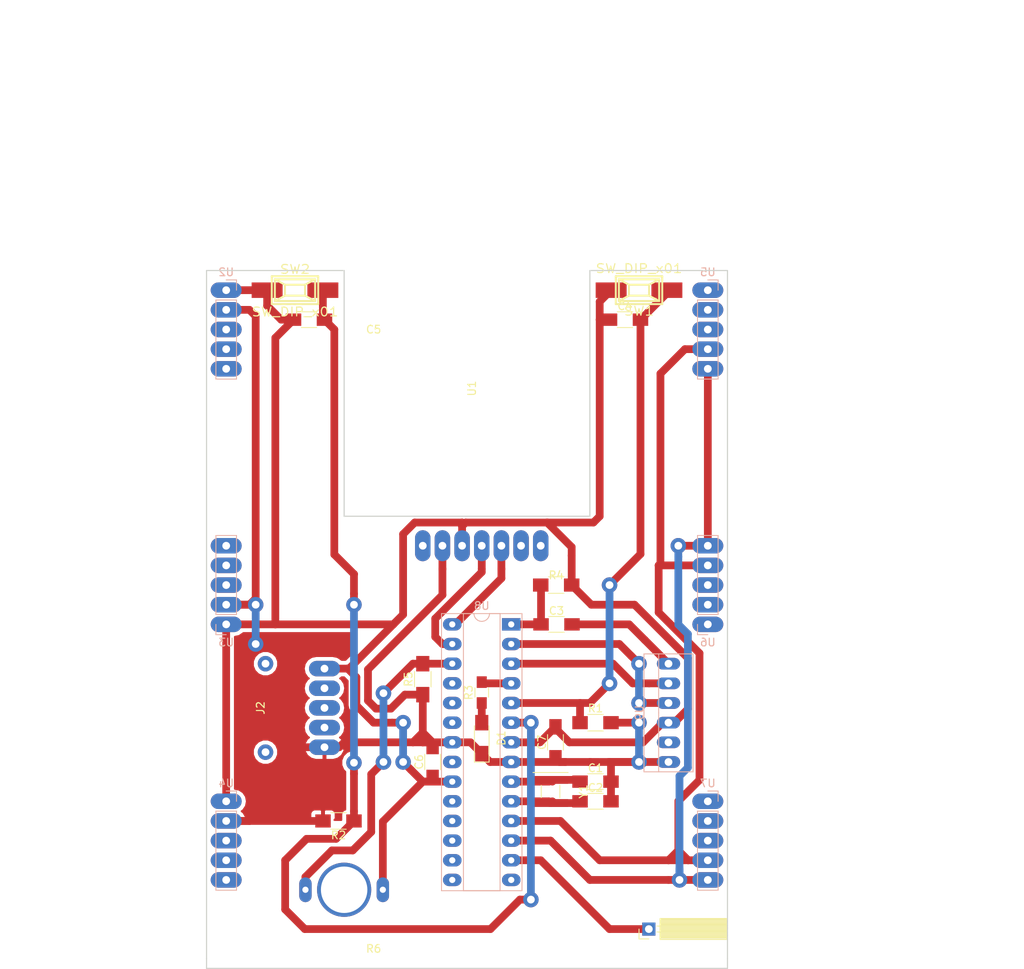
<source format=kicad_pcb>
(kicad_pcb (version 4) (host pcbnew 4.0.6)

  (general
    (links 58)
    (no_connects 0)
    (area 109.144999 46.914999 176.605001 137.235001)
    (thickness 1.6)
    (drawings 26)
    (tracks 252)
    (zones 0)
    (modules 28)
    (nets 19)
  )

  (page A4)
  (layers
    (0 F.Cu signal)
    (31 B.Cu signal)
    (32 B.Adhes user)
    (33 F.Adhes user)
    (34 B.Paste user hide)
    (35 F.Paste user hide)
    (36 B.SilkS user hide)
    (37 F.SilkS user)
    (38 B.Mask user)
    (39 F.Mask user hide)
    (40 Dwgs.User user)
    (41 Cmts.User user)
    (42 Eco1.User user)
    (43 Eco2.User user)
    (44 Edge.Cuts user)
    (45 Margin user)
    (46 B.CrtYd user)
    (47 F.CrtYd user)
    (48 B.Fab user)
    (49 F.Fab user)
  )

  (setup
    (last_trace_width 1)
    (user_trace_width 1)
    (user_trace_width 1.2)
    (user_trace_width 1.6)
    (user_trace_width 1.8)
    (trace_clearance 0.5)
    (zone_clearance 0.5)
    (zone_45_only no)
    (trace_min 0.5)
    (segment_width 0.2)
    (edge_width 0.15)
    (via_size 2)
    (via_drill 1)
    (via_min_size 0.4)
    (via_min_drill 0.3)
    (uvia_size 0.3)
    (uvia_drill 0.1)
    (uvias_allowed no)
    (uvia_min_size 0.2)
    (uvia_min_drill 0.1)
    (pcb_text_width 0.3)
    (pcb_text_size 1.5 1.5)
    (mod_edge_width 0.15)
    (mod_text_size 1 1)
    (mod_text_width 0.15)
    (pad_size 1.6 3.2)
    (pad_drill 0.8)
    (pad_to_mask_clearance 0.2)
    (aux_axis_origin 106.68 44.45)
    (visible_elements 7FFFFFFF)
    (pcbplotparams
      (layerselection 0x01800_00000001)
      (usegerberextensions false)
      (excludeedgelayer true)
      (linewidth 0.100000)
      (plotframeref false)
      (viasonmask false)
      (mode 1)
      (useauxorigin true)
      (hpglpennumber 1)
      (hpglpenspeed 20)
      (hpglpendiameter 15)
      (hpglpenoverlay 2)
      (psnegative false)
      (psa4output false)
      (plotreference true)
      (plotvalue true)
      (plotinvisibletext false)
      (padsonsilk false)
      (subtractmaskfromsilk false)
      (outputformat 1)
      (mirror false)
      (drillshape 0)
      (scaleselection 1)
      (outputdirectory gerber))
  )

  (net 0 "")
  (net 1 MAX_IN)
  (net 2 LATCH)
  (net 3 CLK)
  (net 4 SDA)
  (net 5 SCL)
  (net 6 VCC)
  (net 7 GND)
  (net 8 OSC1)
  (net 9 OSC2)
  (net 10 RESET)
  (net 11 SW1)
  (net 12 SW2)
  (net 13 "Net-(D1-Pad2)")
  (net 14 LED)
  (net 15 RX)
  (net 16 TX)
  (net 17 DTR)
  (net 18 PHOTO)

  (net_class Default "Dies ist die voreingestellte Netzklasse."
    (clearance 0.5)
    (trace_width 1)
    (via_dia 2)
    (via_drill 1)
    (uvia_dia 0.3)
    (uvia_drill 0.1)
    (add_net CLK)
    (add_net DTR)
    (add_net GND)
    (add_net LATCH)
    (add_net LED)
    (add_net MAX_IN)
    (add_net "Net-(D1-Pad2)")
    (add_net OSC1)
    (add_net OSC2)
    (add_net PHOTO)
    (add_net RESET)
    (add_net RX)
    (add_net SCL)
    (add_net SDA)
    (add_net SW1)
    (add_net SW2)
    (add_net TX)
    (add_net VCC)
  )

  (net_class 1mm ""
    (clearance 0.5)
    (trace_width 1)
    (via_dia 2)
    (via_drill 1)
    (uvia_dia 0.3)
    (uvia_drill 0.1)
  )

  (module Socket_Strips:Socket_Strip_Angled_1x01_Pitch2.54mm (layer F.Cu) (tedit 597DE67D) (tstamp 597C5703)
    (at 166.37 132.08 180)
    (descr "Through hole angled socket strip, 1x01, 2.54mm pitch, 8.51mm socket length, single row")
    (tags "Through hole angled socket strip THT 1x01 2.54mm single row")
    (path /597B8EB0)
    (fp_text reference J1 (at -4.38 -2.27 180) (layer F.SilkS) hide
      (effects (font (size 1 1) (thickness 0.15)))
    )
    (fp_text value CONN_01X01_MALE (at -4.38 2.27 180) (layer F.Fab)
      (effects (font (size 1 1) (thickness 0.15)))
    )
    (fp_line (start -1.52 -1.27) (end -1.52 1.27) (layer F.Fab) (width 0.1))
    (fp_line (start -1.52 1.27) (end -10.03 1.27) (layer F.Fab) (width 0.1))
    (fp_line (start -10.03 1.27) (end -10.03 -1.27) (layer F.Fab) (width 0.1))
    (fp_line (start -10.03 -1.27) (end -1.52 -1.27) (layer F.Fab) (width 0.1))
    (fp_line (start 0 -0.32) (end 0 0.32) (layer F.Fab) (width 0.1))
    (fp_line (start 0 0.32) (end -1.52 0.32) (layer F.Fab) (width 0.1))
    (fp_line (start -1.52 0.32) (end -1.52 -0.32) (layer F.Fab) (width 0.1))
    (fp_line (start -1.52 -0.32) (end 0 -0.32) (layer F.Fab) (width 0.1))
    (fp_line (start -1.46 -1.33) (end -1.46 1.33) (layer F.SilkS) (width 0.12))
    (fp_line (start -1.46 1.33) (end -10.09 1.33) (layer F.SilkS) (width 0.12))
    (fp_line (start -10.09 1.33) (end -10.09 -1.33) (layer F.SilkS) (width 0.12))
    (fp_line (start -10.09 -1.33) (end -1.46 -1.33) (layer F.SilkS) (width 0.12))
    (fp_line (start -1.46 -1.33) (end -1.46 1.27) (layer F.SilkS) (width 0.12))
    (fp_line (start -1.46 1.27) (end -10.09 1.27) (layer F.SilkS) (width 0.12))
    (fp_line (start -10.09 1.27) (end -10.09 -1.33) (layer F.SilkS) (width 0.12))
    (fp_line (start -10.09 -1.33) (end -1.46 -1.33) (layer F.SilkS) (width 0.12))
    (fp_line (start -1.03 -0.38) (end -1.46 -0.38) (layer F.SilkS) (width 0.12))
    (fp_line (start -1.03 0.38) (end -1.46 0.38) (layer F.SilkS) (width 0.12))
    (fp_line (start -1.46 -1.15) (end -10.09 -1.15) (layer F.SilkS) (width 0.12))
    (fp_line (start -1.46 -1.03) (end -10.09 -1.03) (layer F.SilkS) (width 0.12))
    (fp_line (start -1.46 -0.91) (end -10.09 -0.91) (layer F.SilkS) (width 0.12))
    (fp_line (start -1.46 -0.79) (end -10.09 -0.79) (layer F.SilkS) (width 0.12))
    (fp_line (start -1.46 -0.67) (end -10.09 -0.67) (layer F.SilkS) (width 0.12))
    (fp_line (start -1.46 -0.55) (end -10.09 -0.55) (layer F.SilkS) (width 0.12))
    (fp_line (start -1.46 -0.43) (end -10.09 -0.43) (layer F.SilkS) (width 0.12))
    (fp_line (start -1.46 -0.31) (end -10.09 -0.31) (layer F.SilkS) (width 0.12))
    (fp_line (start -1.46 -0.19) (end -10.09 -0.19) (layer F.SilkS) (width 0.12))
    (fp_line (start -1.46 -0.07) (end -10.09 -0.07) (layer F.SilkS) (width 0.12))
    (fp_line (start -1.46 0.05) (end -10.09 0.05) (layer F.SilkS) (width 0.12))
    (fp_line (start -1.46 0.17) (end -10.09 0.17) (layer F.SilkS) (width 0.12))
    (fp_line (start -1.46 0.29) (end -10.09 0.29) (layer F.SilkS) (width 0.12))
    (fp_line (start -1.46 0.41) (end -10.09 0.41) (layer F.SilkS) (width 0.12))
    (fp_line (start -1.46 0.53) (end -10.09 0.53) (layer F.SilkS) (width 0.12))
    (fp_line (start -1.46 0.65) (end -10.09 0.65) (layer F.SilkS) (width 0.12))
    (fp_line (start -1.46 0.77) (end -10.09 0.77) (layer F.SilkS) (width 0.12))
    (fp_line (start -1.46 0.89) (end -10.09 0.89) (layer F.SilkS) (width 0.12))
    (fp_line (start -1.46 1.01) (end -10.09 1.01) (layer F.SilkS) (width 0.12))
    (fp_line (start -1.46 1.13) (end -10.09 1.13) (layer F.SilkS) (width 0.12))
    (fp_line (start -1.46 1.25) (end -10.09 1.25) (layer F.SilkS) (width 0.12))
    (fp_line (start -1.46 1.37) (end -10.09 1.37) (layer F.SilkS) (width 0.12))
    (fp_line (start 0 -1.27) (end 1.27 -1.27) (layer F.SilkS) (width 0.12))
    (fp_line (start 1.27 -1.27) (end 1.27 0) (layer F.SilkS) (width 0.12))
    (fp_line (start 1.8 -1.8) (end 1.8 1.8) (layer F.CrtYd) (width 0.05))
    (fp_line (start 1.8 1.8) (end -10.55 1.8) (layer F.CrtYd) (width 0.05))
    (fp_line (start -10.55 1.8) (end -10.55 -1.8) (layer F.CrtYd) (width 0.05))
    (fp_line (start -10.55 -1.8) (end 1.8 -1.8) (layer F.CrtYd) (width 0.05))
    (fp_text user %R (at -4.38 -2.27 180) (layer F.Fab) hide
      (effects (font (size 1 1) (thickness 0.15)))
    )
    (pad 1 thru_hole rect (at 0 0 180) (size 1.7 1.7) (drill 1) (layers *.Cu *.Mask)
      (net 1 MAX_IN))
    (model ${KISYS3DMOD}/Socket_Strips.3dshapes/Socket_Strip_Angled_1x01_Pitch2.54mm.wrl
      (at (xyz 0 0 0))
      (scale (xyz 1 1 1))
      (rotate (xyz 0 0 270))
    )
  )

  (module Socket_Strips:Socket_Strip_Straight_1x05_Pitch2.54mm (layer B.Cu) (tedit 58CD5446) (tstamp 597C571C)
    (at 111.76 49.53 180)
    (descr "Through hole straight socket strip, 1x05, 2.54mm pitch, single row")
    (tags "Through hole socket strip THT 1x05 2.54mm single row")
    (path /596A2A6D)
    (fp_text reference U2 (at 0 2.33 180) (layer B.SilkS)
      (effects (font (size 1 1) (thickness 0.15)) (justify mirror))
    )
    (fp_text value MAX7219_IN (at 0 -12.49 180) (layer B.Fab)
      (effects (font (size 1 1) (thickness 0.15)) (justify mirror))
    )
    (fp_line (start -1.27 1.27) (end -1.27 -11.43) (layer B.Fab) (width 0.1))
    (fp_line (start -1.27 -11.43) (end 1.27 -11.43) (layer B.Fab) (width 0.1))
    (fp_line (start 1.27 -11.43) (end 1.27 1.27) (layer B.Fab) (width 0.1))
    (fp_line (start 1.27 1.27) (end -1.27 1.27) (layer B.Fab) (width 0.1))
    (fp_line (start -1.33 -1.27) (end -1.33 -11.49) (layer B.SilkS) (width 0.12))
    (fp_line (start -1.33 -11.49) (end 1.33 -11.49) (layer B.SilkS) (width 0.12))
    (fp_line (start 1.33 -11.49) (end 1.33 -1.27) (layer B.SilkS) (width 0.12))
    (fp_line (start 1.33 -1.27) (end -1.33 -1.27) (layer B.SilkS) (width 0.12))
    (fp_line (start -1.33 0) (end -1.33 1.33) (layer B.SilkS) (width 0.12))
    (fp_line (start -1.33 1.33) (end 0 1.33) (layer B.SilkS) (width 0.12))
    (fp_line (start -1.8 1.8) (end -1.8 -11.95) (layer B.CrtYd) (width 0.05))
    (fp_line (start -1.8 -11.95) (end 1.8 -11.95) (layer B.CrtYd) (width 0.05))
    (fp_line (start 1.8 -11.95) (end 1.8 1.8) (layer B.CrtYd) (width 0.05))
    (fp_line (start 1.8 1.8) (end -1.8 1.8) (layer B.CrtYd) (width 0.05))
    (fp_text user %R (at 0 2.33 180) (layer B.Fab)
      (effects (font (size 1 1) (thickness 0.15)) (justify mirror))
    )
    (pad 1 thru_hole oval (at 0 0 180) (size 4 2) (drill 1) (layers *.Cu *.Mask)
      (net 6 VCC))
    (pad 2 thru_hole oval (at 0 -2.54 180) (size 4 2) (drill 1) (layers *.Cu *.Mask)
      (net 7 GND))
    (pad 3 thru_hole oval (at 0 -5.08 180) (size 4 2) (drill 1) (layers *.Cu *.Mask))
    (pad 4 thru_hole oval (at 0 -7.62 180) (size 4 2) (drill 1) (layers *.Cu *.Mask))
    (pad 5 thru_hole oval (at 0 -10.16 180) (size 4 2) (drill 1) (layers *.Cu *.Mask))
    (model ${KISYS3DMOD}/Socket_Strips.3dshapes/Socket_Strip_Straight_1x05_Pitch2.54mm.wrl
      (at (xyz 0 -0.2 0))
      (scale (xyz 1 1 1))
      (rotate (xyz 0 0 270))
    )
  )

  (module Socket_Strips:Socket_Strip_Straight_1x05_Pitch2.54mm (layer B.Cu) (tedit 58CD5446) (tstamp 597C5725)
    (at 111.76 92.71)
    (descr "Through hole straight socket strip, 1x05, 2.54mm pitch, single row")
    (tags "Through hole socket strip THT 1x05 2.54mm single row")
    (path /597B8DED)
    (fp_text reference U3 (at 0 2.33) (layer B.SilkS)
      (effects (font (size 1 1) (thickness 0.15)) (justify mirror))
    )
    (fp_text value MAX7219_IN (at 0 -12.49) (layer B.Fab)
      (effects (font (size 1 1) (thickness 0.15)) (justify mirror))
    )
    (fp_line (start -1.27 1.27) (end -1.27 -11.43) (layer B.Fab) (width 0.1))
    (fp_line (start -1.27 -11.43) (end 1.27 -11.43) (layer B.Fab) (width 0.1))
    (fp_line (start 1.27 -11.43) (end 1.27 1.27) (layer B.Fab) (width 0.1))
    (fp_line (start 1.27 1.27) (end -1.27 1.27) (layer B.Fab) (width 0.1))
    (fp_line (start -1.33 -1.27) (end -1.33 -11.49) (layer B.SilkS) (width 0.12))
    (fp_line (start -1.33 -11.49) (end 1.33 -11.49) (layer B.SilkS) (width 0.12))
    (fp_line (start 1.33 -11.49) (end 1.33 -1.27) (layer B.SilkS) (width 0.12))
    (fp_line (start 1.33 -1.27) (end -1.33 -1.27) (layer B.SilkS) (width 0.12))
    (fp_line (start -1.33 0) (end -1.33 1.33) (layer B.SilkS) (width 0.12))
    (fp_line (start -1.33 1.33) (end 0 1.33) (layer B.SilkS) (width 0.12))
    (fp_line (start -1.8 1.8) (end -1.8 -11.95) (layer B.CrtYd) (width 0.05))
    (fp_line (start -1.8 -11.95) (end 1.8 -11.95) (layer B.CrtYd) (width 0.05))
    (fp_line (start 1.8 -11.95) (end 1.8 1.8) (layer B.CrtYd) (width 0.05))
    (fp_line (start 1.8 1.8) (end -1.8 1.8) (layer B.CrtYd) (width 0.05))
    (fp_text user %R (at 0 2.33) (layer B.Fab)
      (effects (font (size 1 1) (thickness 0.15)) (justify mirror))
    )
    (pad 1 thru_hole oval (at 0 0) (size 4 2) (drill 1) (layers *.Cu *.Mask)
      (net 6 VCC))
    (pad 2 thru_hole oval (at 0 -2.54) (size 4 2) (drill 1) (layers *.Cu *.Mask)
      (net 7 GND))
    (pad 3 thru_hole oval (at 0 -5.08) (size 4 2) (drill 1) (layers *.Cu *.Mask))
    (pad 4 thru_hole oval (at 0 -7.62) (size 4 2) (drill 1) (layers *.Cu *.Mask))
    (pad 5 thru_hole oval (at 0 -10.16) (size 4 2) (drill 1) (layers *.Cu *.Mask))
    (model ${KISYS3DMOD}/Socket_Strips.3dshapes/Socket_Strip_Straight_1x05_Pitch2.54mm.wrl
      (at (xyz 0 -0.2 0))
      (scale (xyz 1 1 1))
      (rotate (xyz 0 0 270))
    )
  )

  (module Socket_Strips:Socket_Strip_Straight_1x05_Pitch2.54mm (layer B.Cu) (tedit 58CD5446) (tstamp 597C572E)
    (at 111.76 115.57 180)
    (descr "Through hole straight socket strip, 1x05, 2.54mm pitch, single row")
    (tags "Through hole socket strip THT 1x05 2.54mm single row")
    (path /597B8E78)
    (fp_text reference U4 (at 0 2.33 180) (layer B.SilkS)
      (effects (font (size 1 1) (thickness 0.15)) (justify mirror))
    )
    (fp_text value MAX7219_IN (at 0 -12.49 180) (layer B.Fab)
      (effects (font (size 1 1) (thickness 0.15)) (justify mirror))
    )
    (fp_line (start -1.27 1.27) (end -1.27 -11.43) (layer B.Fab) (width 0.1))
    (fp_line (start -1.27 -11.43) (end 1.27 -11.43) (layer B.Fab) (width 0.1))
    (fp_line (start 1.27 -11.43) (end 1.27 1.27) (layer B.Fab) (width 0.1))
    (fp_line (start 1.27 1.27) (end -1.27 1.27) (layer B.Fab) (width 0.1))
    (fp_line (start -1.33 -1.27) (end -1.33 -11.49) (layer B.SilkS) (width 0.12))
    (fp_line (start -1.33 -11.49) (end 1.33 -11.49) (layer B.SilkS) (width 0.12))
    (fp_line (start 1.33 -11.49) (end 1.33 -1.27) (layer B.SilkS) (width 0.12))
    (fp_line (start 1.33 -1.27) (end -1.33 -1.27) (layer B.SilkS) (width 0.12))
    (fp_line (start -1.33 0) (end -1.33 1.33) (layer B.SilkS) (width 0.12))
    (fp_line (start -1.33 1.33) (end 0 1.33) (layer B.SilkS) (width 0.12))
    (fp_line (start -1.8 1.8) (end -1.8 -11.95) (layer B.CrtYd) (width 0.05))
    (fp_line (start -1.8 -11.95) (end 1.8 -11.95) (layer B.CrtYd) (width 0.05))
    (fp_line (start 1.8 -11.95) (end 1.8 1.8) (layer B.CrtYd) (width 0.05))
    (fp_line (start 1.8 1.8) (end -1.8 1.8) (layer B.CrtYd) (width 0.05))
    (fp_text user %R (at 0 2.33 180) (layer B.Fab)
      (effects (font (size 1 1) (thickness 0.15)) (justify mirror))
    )
    (pad 1 thru_hole oval (at 0 0 180) (size 4 2) (drill 1) (layers *.Cu *.Mask)
      (net 6 VCC))
    (pad 2 thru_hole oval (at 0 -2.54 180) (size 4 2) (drill 1) (layers *.Cu *.Mask)
      (net 7 GND))
    (pad 3 thru_hole oval (at 0 -5.08 180) (size 4 2) (drill 1) (layers *.Cu *.Mask))
    (pad 4 thru_hole oval (at 0 -7.62 180) (size 4 2) (drill 1) (layers *.Cu *.Mask))
    (pad 5 thru_hole oval (at 0 -10.16 180) (size 4 2) (drill 1) (layers *.Cu *.Mask))
    (model ${KISYS3DMOD}/Socket_Strips.3dshapes/Socket_Strip_Straight_1x05_Pitch2.54mm.wrl
      (at (xyz 0 -0.2 0))
      (scale (xyz 1 1 1))
      (rotate (xyz 0 0 270))
    )
  )

  (module Socket_Strips:Socket_Strip_Straight_1x05_Pitch2.54mm (layer B.Cu) (tedit 597C7995) (tstamp 597C5737)
    (at 173.99 49.53 180)
    (descr "Through hole straight socket strip, 1x05, 2.54mm pitch, single row")
    (tags "Through hole socket strip THT 1x05 2.54mm single row")
    (path /597B8E8D)
    (fp_text reference U5 (at 0 2.33 180) (layer B.SilkS)
      (effects (font (size 1 1) (thickness 0.15)) (justify mirror))
    )
    (fp_text value MAX7219_IN (at 0 -12.49 180) (layer B.Fab)
      (effects (font (size 1 1) (thickness 0.15)) (justify mirror))
    )
    (fp_line (start -1.27 1.27) (end -1.27 -11.43) (layer B.Fab) (width 0.1))
    (fp_line (start -1.27 -11.43) (end 1.27 -11.43) (layer B.Fab) (width 0.1))
    (fp_line (start 1.27 -11.43) (end 1.27 1.27) (layer B.Fab) (width 0.1))
    (fp_line (start 1.27 1.27) (end -1.27 1.27) (layer B.Fab) (width 0.1))
    (fp_line (start -1.33 -1.27) (end -1.33 -11.49) (layer B.SilkS) (width 0.12))
    (fp_line (start -1.33 -11.49) (end 1.33 -11.49) (layer B.SilkS) (width 0.12))
    (fp_line (start 1.33 -11.49) (end 1.33 -1.27) (layer B.SilkS) (width 0.12))
    (fp_line (start 1.33 -1.27) (end -1.33 -1.27) (layer B.SilkS) (width 0.12))
    (fp_line (start -1.33 0) (end -1.33 1.33) (layer B.SilkS) (width 0.12))
    (fp_line (start -1.33 1.33) (end 0 1.33) (layer B.SilkS) (width 0.12))
    (fp_line (start -1.8 1.8) (end -1.8 -11.95) (layer B.CrtYd) (width 0.05))
    (fp_line (start -1.8 -11.95) (end 1.8 -11.95) (layer B.CrtYd) (width 0.05))
    (fp_line (start 1.8 -11.95) (end 1.8 1.8) (layer B.CrtYd) (width 0.05))
    (fp_line (start 1.8 1.8) (end -1.8 1.8) (layer B.CrtYd) (width 0.05))
    (fp_text user %R (at 0 2.33 180) (layer B.Fab)
      (effects (font (size 1 1) (thickness 0.15)) (justify mirror))
    )
    (pad 1 thru_hole oval (at 0 0 180) (size 4 2) (drill 1) (layers *.Cu *.Mask))
    (pad 2 thru_hole oval (at 0 -2.54 180) (size 4 2) (drill 1) (layers *.Cu *.Mask))
    (pad 3 thru_hole oval (at 0 -5.08 180) (size 4 2) (drill 1) (layers *.Cu *.Mask))
    (pad 4 thru_hole oval (at 0 -7.62 180) (size 4 2) (drill 1) (layers *.Cu *.Mask)
      (net 2 LATCH))
    (pad 5 thru_hole oval (at 0 -10.16 180) (size 4 2) (drill 1) (layers *.Cu *.Mask)
      (net 3 CLK))
    (model ${KISYS3DMOD}/Socket_Strips.3dshapes/Socket_Strip_Straight_1x05_Pitch2.54mm.wrl
      (at (xyz 0 -0.2 0))
      (scale (xyz 1 1 1))
      (rotate (xyz 0 0 270))
    )
  )

  (module Socket_Strips:Socket_Strip_Straight_1x05_Pitch2.54mm (layer B.Cu) (tedit 58CD5446) (tstamp 597C607C)
    (at 173.99 92.71)
    (descr "Through hole straight socket strip, 1x05, 2.54mm pitch, single row")
    (tags "Through hole socket strip THT 1x05 2.54mm single row")
    (path /597C60B3)
    (fp_text reference U6 (at 0 2.33) (layer B.SilkS)
      (effects (font (size 1 1) (thickness 0.15)) (justify mirror))
    )
    (fp_text value MAX7219_IN (at 0 -12.49) (layer B.Fab)
      (effects (font (size 1 1) (thickness 0.15)) (justify mirror))
    )
    (fp_line (start -1.27 1.27) (end -1.27 -11.43) (layer B.Fab) (width 0.1))
    (fp_line (start -1.27 -11.43) (end 1.27 -11.43) (layer B.Fab) (width 0.1))
    (fp_line (start 1.27 -11.43) (end 1.27 1.27) (layer B.Fab) (width 0.1))
    (fp_line (start 1.27 1.27) (end -1.27 1.27) (layer B.Fab) (width 0.1))
    (fp_line (start -1.33 -1.27) (end -1.33 -11.49) (layer B.SilkS) (width 0.12))
    (fp_line (start -1.33 -11.49) (end 1.33 -11.49) (layer B.SilkS) (width 0.12))
    (fp_line (start 1.33 -11.49) (end 1.33 -1.27) (layer B.SilkS) (width 0.12))
    (fp_line (start 1.33 -1.27) (end -1.33 -1.27) (layer B.SilkS) (width 0.12))
    (fp_line (start -1.33 0) (end -1.33 1.33) (layer B.SilkS) (width 0.12))
    (fp_line (start -1.33 1.33) (end 0 1.33) (layer B.SilkS) (width 0.12))
    (fp_line (start -1.8 1.8) (end -1.8 -11.95) (layer B.CrtYd) (width 0.05))
    (fp_line (start -1.8 -11.95) (end 1.8 -11.95) (layer B.CrtYd) (width 0.05))
    (fp_line (start 1.8 -11.95) (end 1.8 1.8) (layer B.CrtYd) (width 0.05))
    (fp_line (start 1.8 1.8) (end -1.8 1.8) (layer B.CrtYd) (width 0.05))
    (fp_text user %R (at 0 2.33) (layer B.Fab)
      (effects (font (size 1 1) (thickness 0.15)) (justify mirror))
    )
    (pad 1 thru_hole oval (at 0 0) (size 4 2) (drill 1) (layers *.Cu *.Mask))
    (pad 2 thru_hole oval (at 0 -2.54) (size 4 2) (drill 1) (layers *.Cu *.Mask))
    (pad 3 thru_hole oval (at 0 -5.08) (size 4 2) (drill 1) (layers *.Cu *.Mask))
    (pad 4 thru_hole oval (at 0 -7.62) (size 4 2) (drill 1) (layers *.Cu *.Mask)
      (net 2 LATCH))
    (pad 5 thru_hole oval (at 0 -10.16) (size 4 2) (drill 1) (layers *.Cu *.Mask)
      (net 3 CLK))
    (model ${KISYS3DMOD}/Socket_Strips.3dshapes/Socket_Strip_Straight_1x05_Pitch2.54mm.wrl
      (at (xyz 0 -0.2 0))
      (scale (xyz 1 1 1))
      (rotate (xyz 0 0 270))
    )
  )

  (module Socket_Strips:Socket_Strip_Straight_1x05_Pitch2.54mm (layer B.Cu) (tedit 58CD5446) (tstamp 597C6085)
    (at 173.99 115.57 180)
    (descr "Through hole straight socket strip, 1x05, 2.54mm pitch, single row")
    (tags "Through hole socket strip THT 1x05 2.54mm single row")
    (path /597C60C8)
    (fp_text reference U7 (at 0 2.33 180) (layer B.SilkS)
      (effects (font (size 1 1) (thickness 0.15)) (justify mirror))
    )
    (fp_text value MAX7219_IN (at 0 -12.49 180) (layer B.Fab)
      (effects (font (size 1 1) (thickness 0.15)) (justify mirror))
    )
    (fp_line (start -1.27 1.27) (end -1.27 -11.43) (layer B.Fab) (width 0.1))
    (fp_line (start -1.27 -11.43) (end 1.27 -11.43) (layer B.Fab) (width 0.1))
    (fp_line (start 1.27 -11.43) (end 1.27 1.27) (layer B.Fab) (width 0.1))
    (fp_line (start 1.27 1.27) (end -1.27 1.27) (layer B.Fab) (width 0.1))
    (fp_line (start -1.33 -1.27) (end -1.33 -11.49) (layer B.SilkS) (width 0.12))
    (fp_line (start -1.33 -11.49) (end 1.33 -11.49) (layer B.SilkS) (width 0.12))
    (fp_line (start 1.33 -11.49) (end 1.33 -1.27) (layer B.SilkS) (width 0.12))
    (fp_line (start 1.33 -1.27) (end -1.33 -1.27) (layer B.SilkS) (width 0.12))
    (fp_line (start -1.33 0) (end -1.33 1.33) (layer B.SilkS) (width 0.12))
    (fp_line (start -1.33 1.33) (end 0 1.33) (layer B.SilkS) (width 0.12))
    (fp_line (start -1.8 1.8) (end -1.8 -11.95) (layer B.CrtYd) (width 0.05))
    (fp_line (start -1.8 -11.95) (end 1.8 -11.95) (layer B.CrtYd) (width 0.05))
    (fp_line (start 1.8 -11.95) (end 1.8 1.8) (layer B.CrtYd) (width 0.05))
    (fp_line (start 1.8 1.8) (end -1.8 1.8) (layer B.CrtYd) (width 0.05))
    (fp_text user %R (at 0 2.33 180) (layer B.Fab)
      (effects (font (size 1 1) (thickness 0.15)) (justify mirror))
    )
    (pad 1 thru_hole oval (at 0 0 180) (size 4 2) (drill 1) (layers *.Cu *.Mask))
    (pad 2 thru_hole oval (at 0 -2.54 180) (size 4 2) (drill 1) (layers *.Cu *.Mask))
    (pad 3 thru_hole oval (at 0 -5.08 180) (size 4 2) (drill 1) (layers *.Cu *.Mask))
    (pad 4 thru_hole oval (at 0 -7.62 180) (size 4 2) (drill 1) (layers *.Cu *.Mask)
      (net 2 LATCH))
    (pad 5 thru_hole oval (at 0 -10.16 180) (size 4 2) (drill 1) (layers *.Cu *.Mask)
      (net 3 CLK))
    (model ${KISYS3DMOD}/Socket_Strips.3dshapes/Socket_Strip_Straight_1x05_Pitch2.54mm.wrl
      (at (xyz 0 -0.2 0))
      (scale (xyz 1 1 1))
      (rotate (xyz 0 0 270))
    )
  )

  (module Capacitors_SMD:C_1206_HandSoldering (layer F.Cu) (tedit 58AA84D1) (tstamp 598F1998)
    (at 163.29 53.34)
    (descr "Capacitor SMD 1206, hand soldering")
    (tags "capacitor 1206")
    (path /598F6208)
    (attr smd)
    (fp_text reference C4 (at 0 -1.75) (layer F.SilkS)
      (effects (font (size 1 1) (thickness 0.15)))
    )
    (fp_text value 100nF (at 0 2) (layer F.Fab)
      (effects (font (size 1 1) (thickness 0.15)))
    )
    (fp_text user %R (at 0 -1.75) (layer F.Fab)
      (effects (font (size 1 1) (thickness 0.15)))
    )
    (fp_line (start -1.6 0.8) (end -1.6 -0.8) (layer F.Fab) (width 0.1))
    (fp_line (start 1.6 0.8) (end -1.6 0.8) (layer F.Fab) (width 0.1))
    (fp_line (start 1.6 -0.8) (end 1.6 0.8) (layer F.Fab) (width 0.1))
    (fp_line (start -1.6 -0.8) (end 1.6 -0.8) (layer F.Fab) (width 0.1))
    (fp_line (start 1 -1.02) (end -1 -1.02) (layer F.SilkS) (width 0.12))
    (fp_line (start -1 1.02) (end 1 1.02) (layer F.SilkS) (width 0.12))
    (fp_line (start -3.25 -1.05) (end 3.25 -1.05) (layer F.CrtYd) (width 0.05))
    (fp_line (start -3.25 -1.05) (end -3.25 1.05) (layer F.CrtYd) (width 0.05))
    (fp_line (start 3.25 1.05) (end 3.25 -1.05) (layer F.CrtYd) (width 0.05))
    (fp_line (start 3.25 1.05) (end -3.25 1.05) (layer F.CrtYd) (width 0.05))
    (pad 1 smd rect (at -2 0) (size 2 1.6) (layers F.Cu F.Paste F.Mask)
      (net 6 VCC))
    (pad 2 smd rect (at 2 0) (size 2 1.6) (layers F.Cu F.Paste F.Mask)
      (net 11 SW1))
    (model Capacitors_SMD.3dshapes/C_1206.wrl
      (at (xyz 0 0 0))
      (scale (xyz 1 1 1))
      (rotate (xyz 0 0 0))
    )
  )

  (module Capacitors_SMD:C_1206_HandSoldering (layer F.Cu) (tedit 58AA84D1) (tstamp 598F199E)
    (at 122.46 53.34 180)
    (descr "Capacitor SMD 1206, hand soldering")
    (tags "capacitor 1206")
    (path /598F6A52)
    (attr smd)
    (fp_text reference C5 (at -8.35 -1.27 180) (layer F.SilkS)
      (effects (font (size 1 1) (thickness 0.15)))
    )
    (fp_text value 100nF (at -7.08 1.27 180) (layer F.Fab)
      (effects (font (size 1 1) (thickness 0.15)))
    )
    (fp_text user %R (at -5.81 -1.27 180) (layer F.Fab)
      (effects (font (size 1 1) (thickness 0.15)))
    )
    (fp_line (start -1.6 0.8) (end -1.6 -0.8) (layer F.Fab) (width 0.1))
    (fp_line (start 1.6 0.8) (end -1.6 0.8) (layer F.Fab) (width 0.1))
    (fp_line (start 1.6 -0.8) (end 1.6 0.8) (layer F.Fab) (width 0.1))
    (fp_line (start -1.6 -0.8) (end 1.6 -0.8) (layer F.Fab) (width 0.1))
    (fp_line (start 1 -1.02) (end -1 -1.02) (layer F.SilkS) (width 0.12))
    (fp_line (start -1 1.02) (end 1 1.02) (layer F.SilkS) (width 0.12))
    (fp_line (start -3.25 -1.05) (end 3.25 -1.05) (layer F.CrtYd) (width 0.05))
    (fp_line (start -3.25 -1.05) (end -3.25 1.05) (layer F.CrtYd) (width 0.05))
    (fp_line (start 3.25 1.05) (end 3.25 -1.05) (layer F.CrtYd) (width 0.05))
    (fp_line (start 3.25 1.05) (end -3.25 1.05) (layer F.CrtYd) (width 0.05))
    (pad 1 smd rect (at -2 0 180) (size 2 1.6) (layers F.Cu F.Paste F.Mask)
      (net 12 SW2))
    (pad 2 smd rect (at 2 0 180) (size 2 1.6) (layers F.Cu F.Paste F.Mask)
      (net 6 VCC))
    (model Capacitors_SMD.3dshapes/C_1206.wrl
      (at (xyz 0 0 0))
      (scale (xyz 1 1 1))
      (rotate (xyz 0 0 0))
    )
  )

  (module LEDs:LED_1206_HandSoldering (layer F.Cu) (tedit 595FC724) (tstamp 598F19A4)
    (at 144.78 107.41 90)
    (descr "LED SMD 1206, hand soldering")
    (tags "LED 1206")
    (path /598F0345)
    (attr smd)
    (fp_text reference D1 (at 0 2.54 90) (layer F.SilkS)
      (effects (font (size 1 1) (thickness 0.15)))
    )
    (fp_text value LED (at 0 1.9 90) (layer F.Fab)
      (effects (font (size 1 1) (thickness 0.15)))
    )
    (fp_line (start -3.1 -0.95) (end -3.1 0.95) (layer F.SilkS) (width 0.12))
    (fp_line (start -0.4 0) (end 0.2 -0.4) (layer F.Fab) (width 0.1))
    (fp_line (start 0.2 -0.4) (end 0.2 0.4) (layer F.Fab) (width 0.1))
    (fp_line (start 0.2 0.4) (end -0.4 0) (layer F.Fab) (width 0.1))
    (fp_line (start -0.45 -0.4) (end -0.45 0.4) (layer F.Fab) (width 0.1))
    (fp_line (start -1.6 0.8) (end -1.6 -0.8) (layer F.Fab) (width 0.1))
    (fp_line (start 1.6 0.8) (end -1.6 0.8) (layer F.Fab) (width 0.1))
    (fp_line (start 1.6 -0.8) (end 1.6 0.8) (layer F.Fab) (width 0.1))
    (fp_line (start -1.6 -0.8) (end 1.6 -0.8) (layer F.Fab) (width 0.1))
    (fp_line (start -3.1 0.95) (end 1.6 0.95) (layer F.SilkS) (width 0.12))
    (fp_line (start -3.1 -0.95) (end 1.6 -0.95) (layer F.SilkS) (width 0.12))
    (fp_line (start -3.25 -1.11) (end 3.25 -1.11) (layer F.CrtYd) (width 0.05))
    (fp_line (start -3.25 -1.11) (end -3.25 1.1) (layer F.CrtYd) (width 0.05))
    (fp_line (start 3.25 1.1) (end 3.25 -1.11) (layer F.CrtYd) (width 0.05))
    (fp_line (start 3.25 1.1) (end -3.25 1.1) (layer F.CrtYd) (width 0.05))
    (pad 1 smd rect (at -2 0 90) (size 2 1.7) (layers F.Cu F.Paste F.Mask)
      (net 7 GND))
    (pad 2 smd rect (at 2 0 90) (size 2 1.7) (layers F.Cu F.Paste F.Mask)
      (net 13 "Net-(D1-Pad2)"))
    (model ${KISYS3DMOD}/LEDs.3dshapes/LED_1206.wrl
      (at (xyz 0 0 0))
      (scale (xyz 1 1 1))
      (rotate (xyz 0 0 180))
    )
  )

  (module Resistors_SMD:R_1206_HandSoldering (layer F.Cu) (tedit 58E0A804) (tstamp 598F19B9)
    (at 159.48 105.41)
    (descr "Resistor SMD 1206, hand soldering")
    (tags "resistor 1206")
    (path /598F638D)
    (attr smd)
    (fp_text reference R1 (at 0 -1.85) (layer F.SilkS)
      (effects (font (size 1 1) (thickness 0.15)))
    )
    (fp_text value 10k (at 0 1.9) (layer F.Fab)
      (effects (font (size 1 1) (thickness 0.15)))
    )
    (fp_text user %R (at 0 0) (layer F.Fab)
      (effects (font (size 0.7 0.7) (thickness 0.105)))
    )
    (fp_line (start -1.6 0.8) (end -1.6 -0.8) (layer F.Fab) (width 0.1))
    (fp_line (start 1.6 0.8) (end -1.6 0.8) (layer F.Fab) (width 0.1))
    (fp_line (start 1.6 -0.8) (end 1.6 0.8) (layer F.Fab) (width 0.1))
    (fp_line (start -1.6 -0.8) (end 1.6 -0.8) (layer F.Fab) (width 0.1))
    (fp_line (start 1 1.07) (end -1 1.07) (layer F.SilkS) (width 0.12))
    (fp_line (start -1 -1.07) (end 1 -1.07) (layer F.SilkS) (width 0.12))
    (fp_line (start -3.25 -1.11) (end 3.25 -1.11) (layer F.CrtYd) (width 0.05))
    (fp_line (start -3.25 -1.11) (end -3.25 1.1) (layer F.CrtYd) (width 0.05))
    (fp_line (start 3.25 1.1) (end 3.25 -1.11) (layer F.CrtYd) (width 0.05))
    (fp_line (start 3.25 1.1) (end -3.25 1.1) (layer F.CrtYd) (width 0.05))
    (pad 1 smd rect (at -2 0) (size 2 1.7) (layers F.Cu F.Paste F.Mask)
      (net 11 SW1))
    (pad 2 smd rect (at 2 0) (size 2 1.7) (layers F.Cu F.Paste F.Mask)
      (net 7 GND))
    (model ${KISYS3DMOD}/Resistors_SMD.3dshapes/R_1206.wrl
      (at (xyz 0 0 0))
      (scale (xyz 1 1 1))
      (rotate (xyz 0 0 0))
    )
  )

  (module Resistors_SMD:R_1206_HandSoldering (layer F.Cu) (tedit 58E0A804) (tstamp 598F19BF)
    (at 126.27 118.11 180)
    (descr "Resistor SMD 1206, hand soldering")
    (tags "resistor 1206")
    (path /598F6A5C)
    (attr smd)
    (fp_text reference R2 (at 0 -1.85 180) (layer F.SilkS)
      (effects (font (size 1 1) (thickness 0.15)))
    )
    (fp_text value 10k (at 0 1.9 180) (layer F.Fab)
      (effects (font (size 1 1) (thickness 0.15)))
    )
    (fp_text user %R (at 0 0 180) (layer F.Fab)
      (effects (font (size 0.7 0.7) (thickness 0.105)))
    )
    (fp_line (start -1.6 0.8) (end -1.6 -0.8) (layer F.Fab) (width 0.1))
    (fp_line (start 1.6 0.8) (end -1.6 0.8) (layer F.Fab) (width 0.1))
    (fp_line (start 1.6 -0.8) (end 1.6 0.8) (layer F.Fab) (width 0.1))
    (fp_line (start -1.6 -0.8) (end 1.6 -0.8) (layer F.Fab) (width 0.1))
    (fp_line (start 1 1.07) (end -1 1.07) (layer F.SilkS) (width 0.12))
    (fp_line (start -1 -1.07) (end 1 -1.07) (layer F.SilkS) (width 0.12))
    (fp_line (start -3.25 -1.11) (end 3.25 -1.11) (layer F.CrtYd) (width 0.05))
    (fp_line (start -3.25 -1.11) (end -3.25 1.1) (layer F.CrtYd) (width 0.05))
    (fp_line (start 3.25 1.1) (end 3.25 -1.11) (layer F.CrtYd) (width 0.05))
    (fp_line (start 3.25 1.1) (end -3.25 1.1) (layer F.CrtYd) (width 0.05))
    (pad 1 smd rect (at -2 0 180) (size 2 1.7) (layers F.Cu F.Paste F.Mask)
      (net 12 SW2))
    (pad 2 smd rect (at 2 0 180) (size 2 1.7) (layers F.Cu F.Paste F.Mask)
      (net 7 GND))
    (model ${KISYS3DMOD}/Resistors_SMD.3dshapes/R_1206.wrl
      (at (xyz 0 0 0))
      (scale (xyz 1 1 1))
      (rotate (xyz 0 0 0))
    )
  )

  (module Resistors_SMD:R_0805_HandSoldering (layer F.Cu) (tedit 58E0A804) (tstamp 598F19C5)
    (at 144.78 101.52 90)
    (descr "Resistor SMD 0805, hand soldering")
    (tags "resistor 0805")
    (path /598EFE16)
    (attr smd)
    (fp_text reference R3 (at 0 -1.7 90) (layer F.SilkS)
      (effects (font (size 1 1) (thickness 0.15)))
    )
    (fp_text value R_LED (at 0 1.75 90) (layer F.Fab)
      (effects (font (size 1 1) (thickness 0.15)))
    )
    (fp_text user %R (at 0 0 90) (layer F.Fab)
      (effects (font (size 0.5 0.5) (thickness 0.075)))
    )
    (fp_line (start -1 0.62) (end -1 -0.62) (layer F.Fab) (width 0.1))
    (fp_line (start 1 0.62) (end -1 0.62) (layer F.Fab) (width 0.1))
    (fp_line (start 1 -0.62) (end 1 0.62) (layer F.Fab) (width 0.1))
    (fp_line (start -1 -0.62) (end 1 -0.62) (layer F.Fab) (width 0.1))
    (fp_line (start 0.6 0.88) (end -0.6 0.88) (layer F.SilkS) (width 0.12))
    (fp_line (start -0.6 -0.88) (end 0.6 -0.88) (layer F.SilkS) (width 0.12))
    (fp_line (start -2.35 -0.9) (end 2.35 -0.9) (layer F.CrtYd) (width 0.05))
    (fp_line (start -2.35 -0.9) (end -2.35 0.9) (layer F.CrtYd) (width 0.05))
    (fp_line (start 2.35 0.9) (end 2.35 -0.9) (layer F.CrtYd) (width 0.05))
    (fp_line (start 2.35 0.9) (end -2.35 0.9) (layer F.CrtYd) (width 0.05))
    (pad 1 smd rect (at -1.35 0 90) (size 1.5 1.3) (layers F.Cu F.Paste F.Mask)
      (net 13 "Net-(D1-Pad2)"))
    (pad 2 smd rect (at 1.35 0 90) (size 1.5 1.3) (layers F.Cu F.Paste F.Mask)
      (net 14 LED))
    (model ${KISYS3DMOD}/Resistors_SMD.3dshapes/R_0805.wrl
      (at (xyz 0 0 0))
      (scale (xyz 1 1 1))
      (rotate (xyz 0 0 0))
    )
  )

  (module Housings_DIP:DIP-28_W7.62mm_Socket_LongPads (layer B.Cu) (tedit 598F1EB7) (tstamp 598F19F5)
    (at 148.59 92.71 180)
    (descr "28-lead dip package, row spacing 7.62 mm (300 mils), Socket, LongPads")
    (tags "DIL DIP PDIP 2.54mm 7.62mm 300mil Socket LongPads")
    (path /598DF1B2)
    (fp_text reference U8 (at 3.81 2.39 180) (layer B.SilkS)
      (effects (font (size 1 1) (thickness 0.15)) (justify mirror))
    )
    (fp_text value ATMEGA328P-PU (at 3.81 -35.41 180) (layer B.Fab)
      (effects (font (size 1 1) (thickness 0.15)) (justify mirror))
    )
    (fp_text user %R (at 3.81 -16.51 180) (layer B.Fab)
      (effects (font (size 1 1) (thickness 0.15)) (justify mirror))
    )
    (fp_line (start 1.635 1.27) (end 6.985 1.27) (layer B.Fab) (width 0.1))
    (fp_line (start 6.985 1.27) (end 6.985 -34.29) (layer B.Fab) (width 0.1))
    (fp_line (start 6.985 -34.29) (end 0.635 -34.29) (layer B.Fab) (width 0.1))
    (fp_line (start 0.635 -34.29) (end 0.635 0.27) (layer B.Fab) (width 0.1))
    (fp_line (start 0.635 0.27) (end 1.635 1.27) (layer B.Fab) (width 0.1))
    (fp_line (start -1.27 1.27) (end -1.27 -34.29) (layer B.Fab) (width 0.1))
    (fp_line (start -1.27 -34.29) (end 8.89 -34.29) (layer B.Fab) (width 0.1))
    (fp_line (start 8.89 -34.29) (end 8.89 1.27) (layer B.Fab) (width 0.1))
    (fp_line (start 8.89 1.27) (end -1.27 1.27) (layer B.Fab) (width 0.1))
    (fp_line (start 2.81 1.39) (end 1.44 1.39) (layer B.SilkS) (width 0.12))
    (fp_line (start 1.44 1.39) (end 1.44 -34.41) (layer B.SilkS) (width 0.12))
    (fp_line (start 1.44 -34.41) (end 6.18 -34.41) (layer B.SilkS) (width 0.12))
    (fp_line (start 6.18 -34.41) (end 6.18 1.39) (layer B.SilkS) (width 0.12))
    (fp_line (start 6.18 1.39) (end 4.81 1.39) (layer B.SilkS) (width 0.12))
    (fp_line (start -1.39 1.39) (end -1.39 -34.41) (layer B.SilkS) (width 0.12))
    (fp_line (start -1.39 -34.41) (end 9.01 -34.41) (layer B.SilkS) (width 0.12))
    (fp_line (start 9.01 -34.41) (end 9.01 1.39) (layer B.SilkS) (width 0.12))
    (fp_line (start 9.01 1.39) (end -1.39 1.39) (layer B.SilkS) (width 0.12))
    (fp_line (start -1.7 1.7) (end -1.7 -34.7) (layer B.CrtYd) (width 0.05))
    (fp_line (start -1.7 -34.7) (end 9.3 -34.7) (layer B.CrtYd) (width 0.05))
    (fp_line (start 9.3 -34.7) (end 9.3 1.7) (layer B.CrtYd) (width 0.05))
    (fp_line (start 9.3 1.7) (end -1.7 1.7) (layer B.CrtYd) (width 0.05))
    (fp_arc (start 3.81 1.39) (end 2.81 1.39) (angle 180) (layer B.SilkS) (width 0.12))
    (pad 1 thru_hole rect (at 0 0 180) (size 2.4 1.6) (drill 0.8) (layers *.Cu *.Mask)
      (net 10 RESET))
    (pad 15 thru_hole oval (at 7.62 -33.02 180) (size 2.4 1.6) (drill 0.8) (layers *.Cu *.Mask))
    (pad 2 thru_hole oval (at 0 -2.54 180) (size 2.4 1.6) (drill 0.8) (layers *.Cu *.Mask)
      (net 15 RX))
    (pad 16 thru_hole oval (at 7.62 -30.48 180) (size 2.4 1.6) (drill 0.8) (layers *.Cu *.Mask))
    (pad 3 thru_hole oval (at 0 -5.08 180) (size 2.4 1.6) (drill 0.8) (layers *.Cu *.Mask)
      (net 16 TX))
    (pad 17 thru_hole oval (at 7.62 -27.94 180) (size 2.4 1.6) (drill 0.8) (layers *.Cu *.Mask))
    (pad 4 thru_hole oval (at 0 -7.62 180) (size 2.4 1.6) (drill 0.8) (layers *.Cu *.Mask)
      (net 14 LED))
    (pad 18 thru_hole oval (at 7.62 -25.4 180) (size 2.4 1.6) (drill 0.8) (layers *.Cu *.Mask))
    (pad 5 thru_hole oval (at 0 -10.16 180) (size 2.4 1.6) (drill 0.8) (layers *.Cu *.Mask)
      (net 11 SW1))
    (pad 19 thru_hole oval (at 7.62 -22.86 180) (size 2.4 1.6) (drill 0.8) (layers *.Cu *.Mask))
    (pad 6 thru_hole oval (at 0 -12.7 180) (size 2.4 1.6) (drill 0.8) (layers *.Cu *.Mask)
      (net 12 SW2))
    (pad 20 thru_hole oval (at 7.62 -20.32 180) (size 2.4 1.6) (drill 0.8) (layers *.Cu *.Mask)
      (net 6 VCC))
    (pad 7 thru_hole oval (at 0 -15.24 180) (size 2.4 1.6) (drill 0.8) (layers *.Cu *.Mask)
      (net 6 VCC))
    (pad 21 thru_hole oval (at 7.62 -17.78 180) (size 2.4 1.6) (drill 0.8) (layers *.Cu *.Mask))
    (pad 8 thru_hole oval (at 0 -17.78 180) (size 2.4 1.6) (drill 0.8) (layers *.Cu *.Mask)
      (net 7 GND))
    (pad 22 thru_hole oval (at 7.62 -15.24 180) (size 2.4 1.6) (drill 0.8) (layers *.Cu *.Mask)
      (net 7 GND))
    (pad 9 thru_hole oval (at 0 -20.32 180) (size 2.4 1.6) (drill 0.8) (layers *.Cu *.Mask)
      (net 8 OSC1))
    (pad 23 thru_hole oval (at 7.62 -12.7 180) (size 2.4 1.6) (drill 0.8) (layers *.Cu *.Mask))
    (pad 10 thru_hole oval (at 0 -22.86 180) (size 2.4 1.6) (drill 0.8) (layers *.Cu *.Mask)
      (net 9 OSC2))
    (pad 24 thru_hole oval (at 7.62 -10.16 180) (size 2.4 1.6) (drill 0.8) (layers *.Cu *.Mask))
    (pad 11 thru_hole oval (at 0 -25.4 180) (size 2.4 1.6) (drill 0.8) (layers *.Cu *.Mask)
      (net 2 LATCH))
    (pad 25 thru_hole oval (at 7.62 -7.62 180) (size 2.4 1.6) (drill 0.8) (layers *.Cu *.Mask))
    (pad 12 thru_hole oval (at 0 -27.94 180) (size 2.4 1.6) (drill 0.8) (layers *.Cu *.Mask)
      (net 3 CLK))
    (pad 26 thru_hole oval (at 7.62 -5.08 180) (size 2.4 1.6) (drill 0.8) (layers *.Cu *.Mask)
      (net 18 PHOTO))
    (pad 13 thru_hole oval (at 0 -30.48 180) (size 2.4 1.6) (drill 0.8) (layers *.Cu *.Mask)
      (net 1 MAX_IN))
    (pad 27 thru_hole oval (at 7.62 -2.54 180) (size 2.4 1.6) (drill 0.8) (layers *.Cu *.Mask)
      (net 4 SDA))
    (pad 14 thru_hole oval (at 0 -33.02 180) (size 2.4 1.6) (drill 0.8) (layers *.Cu *.Mask))
    (pad 28 thru_hole oval (at 7.62 0 180) (size 2.4 1.6) (drill 0.8) (layers *.Cu *.Mask)
      (net 5 SCL))
    (model ${KISYS3DMOD}/Housings_DIP.3dshapes/DIP-28_W7.62mm_Socket_LongPads.wrl
      (at (xyz 0 0 0))
      (scale (xyz 1 1 1))
      (rotate (xyz 0 0 0))
    )
  )

  (module Connectors:PINHEAD1-6 (layer B.Cu) (tedit 0) (tstamp 598F19FF)
    (at 168.91 97.79 270)
    (path /598E1785)
    (fp_text reference U9 (at 6.35 3.75 270) (layer B.SilkS)
      (effects (font (size 1 1) (thickness 0.15)) (justify mirror))
    )
    (fp_text value FTDI1232 (at 6.35 -3.81 270) (layer B.Fab)
      (effects (font (size 1 1) (thickness 0.15)) (justify mirror))
    )
    (fp_line (start 6.35 -3.17) (end 13.97 -3.17) (layer B.SilkS) (width 0.12))
    (fp_line (start 6.35 1.27) (end 13.97 1.27) (layer B.SilkS) (width 0.12))
    (fp_line (start 6.35 3.17) (end 13.97 3.17) (layer B.SilkS) (width 0.12))
    (fp_line (start -1.27 3.17) (end -1.27 -3.17) (layer B.SilkS) (width 0.12))
    (fp_line (start 13.97 3.17) (end 13.97 -3.17) (layer B.SilkS) (width 0.12))
    (fp_line (start 6.35 1.27) (end -1.27 1.27) (layer B.SilkS) (width 0.12))
    (fp_line (start -1.27 3.17) (end 6.35 3.17) (layer B.SilkS) (width 0.12))
    (fp_line (start 6.35 -3.17) (end -1.27 -3.17) (layer B.SilkS) (width 0.12))
    (fp_line (start -1.52 3.42) (end 14.22 3.42) (layer B.CrtYd) (width 0.05))
    (fp_line (start -1.52 3.42) (end -1.52 -3.42) (layer B.CrtYd) (width 0.05))
    (fp_line (start 14.22 -3.42) (end 14.22 3.42) (layer B.CrtYd) (width 0.05))
    (fp_line (start 14.22 -3.42) (end -1.52 -3.42) (layer B.CrtYd) (width 0.05))
    (pad 1 thru_hole oval (at 0 0 270) (size 1.51 3.01) (drill 1) (layers *.Cu *.Mask)
      (net 17 DTR))
    (pad 2 thru_hole oval (at 2.54 0 270) (size 1.51 3.01) (drill 1) (layers *.Cu *.Mask)
      (net 16 TX))
    (pad 3 thru_hole oval (at 5.08 0 270) (size 1.51 3.01) (drill 1) (layers *.Cu *.Mask)
      (net 15 RX))
    (pad 4 thru_hole oval (at 7.62 0 270) (size 1.51 3.01) (drill 1) (layers *.Cu *.Mask)
      (net 6 VCC))
    (pad 5 thru_hole oval (at 10.16 0 270) (size 1.51 3.01) (drill 1) (layers *.Cu *.Mask))
    (pad 6 thru_hole oval (at 12.7 0 270) (size 1.51 3.01) (drill 1) (layers *.Cu *.Mask)
      (net 7 GND))
  )

  (module PongClock:TINY_RTC_RIGHT (layer F.Cu) (tedit 599994DE) (tstamp 598F1C4F)
    (at 144.78 62.23 270)
    (path /598F1A94)
    (fp_text reference U1 (at 0 1.27 270) (layer F.SilkS)
      (effects (font (size 1 1) (thickness 0.15)))
    )
    (fp_text value TinyRTC_I2C_RIGHT (at 0 -2.54 270) (layer F.Fab)
      (effects (font (size 1 1) (thickness 0.15)))
    )
    (fp_line (start 12.7 -8.89) (end 12.7 8.89) (layer F.CrtYd) (width 0.15))
    (fp_line (start 12.7 8.89) (end 17.78 8.89) (layer F.CrtYd) (width 0.15))
    (fp_line (start 17.78 8.89) (end 17.78 -8.89) (layer F.CrtYd) (width 0.15))
    (fp_line (start 17.78 -8.89) (end 12.7 -8.89) (layer F.CrtYd) (width 0.15))
    (fp_line (start -15.24 -12.7) (end 11.43 -12.7) (layer F.CrtYd) (width 0.15))
    (fp_line (start -15.24 15.24) (end 11.43 15.24) (layer F.CrtYd) (width 0.15))
    (fp_line (start -15.24 -12.7) (end -15.24 15.24) (layer F.CrtYd) (width 0.15))
    (fp_line (start 11.43 15.24) (end 11.43 -12.7) (layer F.CrtYd) (width 0.15))
    (pad 1 thru_hole oval (at 20.32 -7.62 270) (size 4 2) (drill 1) (layers *.Cu *.Mask))
    (pad 2 thru_hole oval (at 20.32 -5.08 270) (size 4 2) (drill 1) (layers *.Cu *.Mask))
    (pad 3 thru_hole oval (at 20.32 -2.54 270) (size 4 2) (drill 1) (layers *.Cu *.Mask)
      (net 5 SCL))
    (pad 4 thru_hole oval (at 20.32 0 270) (size 4 2) (drill 1) (layers *.Cu *.Mask)
      (net 4 SDA))
    (pad 5 thru_hole oval (at 20.32 2.54 270) (size 4 2) (drill 1) (layers *.Cu *.Mask)
      (net 6 VCC))
    (pad 6 thru_hole oval (at 20.32 5.08 270) (size 4 2) (drill 1) (layers *.Cu *.Mask)
      (net 7 GND))
    (pad 7 thru_hole oval (at 20.32 7.62 270) (size 4 2) (drill 1) (layers *.Cu *.Mask))
  )

  (module Crystals:Resonator_SMD_muRata_CDSCB-2pin_4.5x2.0mm_HandSoldering (layer F.Cu) (tedit 58CD2E9E) (tstamp 598F1CC5)
    (at 153.67 114.3 270)
    (descr "SMD Resomator/Filter Murata CDSCB, http://cdn-reichelt.de/documents/datenblatt/B400/SFECV-107.pdf, hand-soldering, 4.5x2.0mm^2 package")
    (tags "SMD SMT ceramic resonator filter filter hand-soldering")
    (path /598F2D1C)
    (attr smd)
    (fp_text reference Y1 (at 0 -4.25 270) (layer F.SilkS)
      (effects (font (size 1 1) (thickness 0.15)))
    )
    (fp_text value Crystal (at 0 4.25 270) (layer F.Fab)
      (effects (font (size 1 1) (thickness 0.15)))
    )
    (fp_text user %R (at 0 0 270) (layer F.Fab)
      (effects (font (size 1 1) (thickness 0.15)))
    )
    (fp_line (start -2.25 -1) (end -2.25 1) (layer F.Fab) (width 0.1))
    (fp_line (start -2.25 1) (end 2.25 1) (layer F.Fab) (width 0.1))
    (fp_line (start 2.25 1) (end 2.25 -1) (layer F.Fab) (width 0.1))
    (fp_line (start 2.25 -1) (end -2.25 -1) (layer F.Fab) (width 0.1))
    (fp_line (start -2.25 0) (end -1.25 1) (layer F.Fab) (width 0.1))
    (fp_line (start -0.8 -1.2) (end 0.8 -1.2) (layer F.SilkS) (width 0.12))
    (fp_line (start -0.8 1.2) (end 0.8 1.2) (layer F.SilkS) (width 0.12))
    (fp_line (start -2.45 -2.275) (end -2.45 2.275) (layer F.SilkS) (width 0.12))
    (fp_line (start -2.5 -3.5) (end -2.5 3.5) (layer F.CrtYd) (width 0.05))
    (fp_line (start -2.5 3.5) (end 2.5 3.5) (layer F.CrtYd) (width 0.05))
    (fp_line (start 2.5 3.5) (end 2.5 -3.5) (layer F.CrtYd) (width 0.05))
    (fp_line (start 2.5 -3.5) (end -2.5 -3.5) (layer F.CrtYd) (width 0.05))
    (pad 1 smd rect (at -1.5 0 270) (size 1 4.55) (layers F.Cu F.Paste F.Mask)
      (net 8 OSC1))
    (pad 2 smd rect (at 1.5 0 270) (size 1 4.55) (layers F.Cu F.Paste F.Mask)
      (net 9 OSC2))
    (model ${KISYS3DMOD}/Crystals.3dshapes/Resonator_SMD_muRata_CDSCB-2pin_4.5x2.0mm_HandSoldering.wrl
      (at (xyz 0 0 0))
      (scale (xyz 1 1 1))
      (rotate (xyz 0 0 0))
    )
  )

  (module Resistors_SMD:R_1206_HandSoldering (layer F.Cu) (tedit 58E0A804) (tstamp 598F9387)
    (at 154.4 87.63 180)
    (descr "Resistor SMD 1206, hand soldering")
    (tags "resistor 1206")
    (path /598FD057)
    (attr smd)
    (fp_text reference R4 (at 0 1.27 180) (layer F.SilkS)
      (effects (font (size 1 1) (thickness 0.15)))
    )
    (fp_text value 10k (at 0 1.9 180) (layer F.Fab)
      (effects (font (size 1 1) (thickness 0.15)))
    )
    (fp_text user %R (at 0 0 180) (layer F.Fab)
      (effects (font (size 0.7 0.7) (thickness 0.105)))
    )
    (fp_line (start -1.6 0.8) (end -1.6 -0.8) (layer F.Fab) (width 0.1))
    (fp_line (start 1.6 0.8) (end -1.6 0.8) (layer F.Fab) (width 0.1))
    (fp_line (start 1.6 -0.8) (end 1.6 0.8) (layer F.Fab) (width 0.1))
    (fp_line (start -1.6 -0.8) (end 1.6 -0.8) (layer F.Fab) (width 0.1))
    (fp_line (start 1 1.07) (end -1 1.07) (layer F.SilkS) (width 0.12))
    (fp_line (start -1 -1.07) (end 1 -1.07) (layer F.SilkS) (width 0.12))
    (fp_line (start -3.25 -1.11) (end 3.25 -1.11) (layer F.CrtYd) (width 0.05))
    (fp_line (start -3.25 -1.11) (end -3.25 1.1) (layer F.CrtYd) (width 0.05))
    (fp_line (start 3.25 1.1) (end 3.25 -1.11) (layer F.CrtYd) (width 0.05))
    (fp_line (start 3.25 1.1) (end -3.25 1.1) (layer F.CrtYd) (width 0.05))
    (pad 1 smd rect (at -2 0 180) (size 2 1.7) (layers F.Cu F.Paste F.Mask)
      (net 6 VCC))
    (pad 2 smd rect (at 2 0 180) (size 2 1.7) (layers F.Cu F.Paste F.Mask)
      (net 10 RESET))
    (model ${KISYS3DMOD}/Resistors_SMD.3dshapes/R_1206.wrl
      (at (xyz 0 0 0))
      (scale (xyz 1 1 1))
      (rotate (xyz 0 0 0))
    )
  )

  (module PongClock:USB_BOARD (layer F.Cu) (tedit 5999A3EB) (tstamp 59932716)
    (at 114.3 113.665 90)
    (path /598EE15E)
    (fp_text reference J2 (at 10.16 1.905 90) (layer F.SilkS)
      (effects (font (size 1 1) (thickness 0.15)))
    )
    (fp_text value MY_USB_OTG (at 10.16 -0.635 90) (layer F.Fab)
      (effects (font (size 1 1) (thickness 0.15)))
    )
    (fp_line (start 3.175 11.43) (end 3.175 -3.81) (layer F.CrtYd) (width 0.15))
    (fp_line (start 17.145 -3.81) (end 17.145 11.43) (layer F.CrtYd) (width 0.15))
    (fp_line (start 3.175 11.43) (end 17.145 11.43) (layer F.CrtYd) (width 0.15))
    (fp_line (start 17.145 -3.81) (end 3.175 -3.81) (layer F.CrtYd) (width 0.15))
    (pad 5 thru_hole oval (at 5.08 10.16 90) (size 2 4) (drill 1) (layers *.Cu *.Mask)
      (net 7 GND))
    (pad 4 thru_hole oval (at 7.62 10.16 90) (size 2 4) (drill 1) (layers *.Cu *.Mask))
    (pad 3 thru_hole oval (at 10.16 10.16 90) (size 2 4) (drill 1) (layers *.Cu *.Mask))
    (pad 2 thru_hole oval (at 12.7 10.16 90) (size 2 4) (drill 1) (layers *.Cu *.Mask))
    (pad 1 thru_hole oval (at 15.24 10.16 90) (size 2 4) (drill 1) (layers *.Cu *.Mask)
      (net 6 VCC))
    (pad "" np_thru_hole circle (at 15.875 2.54 90) (size 2 2) (drill 1) (layers *.Cu *.Mask))
    (pad 6 thru_hole circle (at 4.445 2.54 90) (size 2 2) (drill 1) (layers *.Cu *.Mask))
  )

  (module mod_switch:smd_push (layer F.Cu) (tedit 599999ED) (tstamp 59932A83)
    (at 165.1 49.53 180)
    (descr "SMD Pushbutton")
    (path /59933064)
    (autoplace_cost180 10)
    (fp_text reference SW1 (at 0 -2.70002 180) (layer F.SilkS)
      (effects (font (size 1.143 1.27) (thickness 0.1524)))
    )
    (fp_text value SW_DIP_x01 (at 0 2.79908 180) (layer F.SilkS)
      (effects (font (size 1.143 1.27) (thickness 0.1524)))
    )
    (fp_line (start 1.30048 -0.70104) (end 2.60096 -1.39954) (layer F.SilkS) (width 0.254))
    (fp_line (start 1.30048 0.70104) (end 2.60096 1.39954) (layer F.SilkS) (width 0.254))
    (fp_line (start -1.30048 0.70104) (end -2.60096 1.39954) (layer F.SilkS) (width 0.254))
    (fp_line (start -2.60096 -1.39954) (end -1.30048 -0.70104) (layer F.SilkS) (width 0.254))
    (fp_line (start -2.60096 -1.39954) (end 2.60096 -1.39954) (layer F.SilkS) (width 0.254))
    (fp_line (start 2.60096 -1.39954) (end 2.60096 1.39954) (layer F.SilkS) (width 0.254))
    (fp_line (start 2.60096 1.39954) (end -2.60096 1.39954) (layer F.SilkS) (width 0.254))
    (fp_line (start -2.60096 1.39954) (end -2.60096 -1.39954) (layer F.SilkS) (width 0.254))
    (fp_line (start -1.30048 -0.70104) (end 1.30048 -0.70104) (layer F.SilkS) (width 0.254))
    (fp_line (start 1.30048 -0.70104) (end 1.30048 0.70104) (layer F.SilkS) (width 0.254))
    (fp_line (start 1.30048 0.70104) (end -1.30048 0.70104) (layer F.SilkS) (width 0.254))
    (fp_line (start -1.30048 0.70104) (end -1.30048 -0.70104) (layer F.SilkS) (width 0.254))
    (fp_line (start -2.99974 -1.80086) (end 2.99974 -1.80086) (layer F.SilkS) (width 0.254))
    (fp_line (start 2.99974 -1.80086) (end 2.99974 1.80086) (layer F.SilkS) (width 0.254))
    (fp_line (start 2.99974 1.80086) (end -2.99974 1.80086) (layer F.SilkS) (width 0.254))
    (fp_line (start -2.99974 1.80086) (end -2.99974 -1.80086) (layer F.SilkS) (width 0.254))
    (pad 1 smd rect (at -3.59918 0 180) (size 4 2) (layers F.Cu F.Paste F.Mask)
      (net 11 SW1))
    (pad 2 smd rect (at 3.59918 0 180) (size 4 2) (layers F.Cu F.Paste F.Mask)
      (net 6 VCC))
    (model walter/switch/smd_push.wrl
      (at (xyz 0 0 0))
      (scale (xyz 1 1 1))
      (rotate (xyz 0 0 0))
    )
  )

  (module mod_switch:smd_push (layer F.Cu) (tedit 59999737) (tstamp 59932A89)
    (at 120.65 49.53)
    (descr "SMD Pushbutton")
    (path /599332E9)
    (autoplace_cost180 10)
    (fp_text reference SW2 (at 0 -2.70002) (layer F.SilkS)
      (effects (font (size 1.143 1.27) (thickness 0.1524)))
    )
    (fp_text value SW_DIP_x01 (at 0 2.79908) (layer F.SilkS)
      (effects (font (size 1.143 1.27) (thickness 0.1524)))
    )
    (fp_line (start 1.30048 -0.70104) (end 2.60096 -1.39954) (layer F.SilkS) (width 0.254))
    (fp_line (start 1.30048 0.70104) (end 2.60096 1.39954) (layer F.SilkS) (width 0.254))
    (fp_line (start -1.30048 0.70104) (end -2.60096 1.39954) (layer F.SilkS) (width 0.254))
    (fp_line (start -2.60096 -1.39954) (end -1.30048 -0.70104) (layer F.SilkS) (width 0.254))
    (fp_line (start -2.60096 -1.39954) (end 2.60096 -1.39954) (layer F.SilkS) (width 0.254))
    (fp_line (start 2.60096 -1.39954) (end 2.60096 1.39954) (layer F.SilkS) (width 0.254))
    (fp_line (start 2.60096 1.39954) (end -2.60096 1.39954) (layer F.SilkS) (width 0.254))
    (fp_line (start -2.60096 1.39954) (end -2.60096 -1.39954) (layer F.SilkS) (width 0.254))
    (fp_line (start -1.30048 -0.70104) (end 1.30048 -0.70104) (layer F.SilkS) (width 0.254))
    (fp_line (start 1.30048 -0.70104) (end 1.30048 0.70104) (layer F.SilkS) (width 0.254))
    (fp_line (start 1.30048 0.70104) (end -1.30048 0.70104) (layer F.SilkS) (width 0.254))
    (fp_line (start -1.30048 0.70104) (end -1.30048 -0.70104) (layer F.SilkS) (width 0.254))
    (fp_line (start -2.99974 -1.80086) (end 2.99974 -1.80086) (layer F.SilkS) (width 0.254))
    (fp_line (start 2.99974 -1.80086) (end 2.99974 1.80086) (layer F.SilkS) (width 0.254))
    (fp_line (start 2.99974 1.80086) (end -2.99974 1.80086) (layer F.SilkS) (width 0.254))
    (fp_line (start -2.99974 1.80086) (end -2.99974 -1.80086) (layer F.SilkS) (width 0.254))
    (pad 1 smd rect (at -3.59918 0) (size 4 2) (layers F.Cu F.Paste F.Mask)
      (net 6 VCC))
    (pad 2 smd rect (at 3.59918 0) (size 4 2) (layers F.Cu F.Paste F.Mask)
      (net 12 SW2))
    (model walter/switch/smd_push.wrl
      (at (xyz 0 0 0))
      (scale (xyz 1 1 1))
      (rotate (xyz 0 0 0))
    )
  )

  (module Capacitors_SMD:C_1206_HandSoldering (layer F.Cu) (tedit 5999A873) (tstamp 5999A80E)
    (at 154.44 92.71)
    (descr "Capacitor SMD 1206, hand soldering")
    (tags "capacitor 1206")
    (path /598E395B)
    (attr smd)
    (fp_text reference C3 (at 0 -1.75) (layer F.SilkS)
      (effects (font (size 1 1) (thickness 0.15)))
    )
    (fp_text value 10uF (at 0 2) (layer F.Fab)
      (effects (font (size 1 1) (thickness 0.15)))
    )
    (fp_text user %R (at 0 -1.75) (layer F.Fab)
      (effects (font (size 1 1) (thickness 0.15)))
    )
    (fp_line (start -1.6 0.8) (end -1.6 -0.8) (layer F.Fab) (width 0.1))
    (fp_line (start 1.6 0.8) (end -1.6 0.8) (layer F.Fab) (width 0.1))
    (fp_line (start 1.6 -0.8) (end 1.6 0.8) (layer F.Fab) (width 0.1))
    (fp_line (start -1.6 -0.8) (end 1.6 -0.8) (layer F.Fab) (width 0.1))
    (fp_line (start 1 -1.02) (end -1 -1.02) (layer F.SilkS) (width 0.12))
    (fp_line (start -1 1.02) (end 1 1.02) (layer F.SilkS) (width 0.12))
    (fp_line (start -3.25 -1.05) (end 3.25 -1.05) (layer F.CrtYd) (width 0.05))
    (fp_line (start -3.25 -1.05) (end -3.25 1.05) (layer F.CrtYd) (width 0.05))
    (fp_line (start 3.25 1.05) (end 3.25 -1.05) (layer F.CrtYd) (width 0.05))
    (fp_line (start 3.25 1.05) (end -3.25 1.05) (layer F.CrtYd) (width 0.05))
    (pad 1 smd rect (at -2 0) (size 2 1.6) (layers F.Cu F.Paste F.Mask)
      (net 10 RESET))
    (pad 2 smd rect (at 2 0) (size 2 1.6) (layers F.Cu F.Paste F.Mask)
      (net 17 DTR))
    (model Capacitors_SMD.3dshapes/C_1206.wrl
      (at (xyz 0 0 0))
      (scale (xyz 1 1 1))
      (rotate (xyz 0 0 0))
    )
  )

  (module Resistors_SMD:R_1206_HandSoldering (layer F.Cu) (tedit 58E0A804) (tstamp 5999B671)
    (at 137.16 99.79 90)
    (descr "Resistor SMD 1206, hand soldering")
    (tags "resistor 1206")
    (path /5999D838)
    (attr smd)
    (fp_text reference R5 (at 0 -1.85 90) (layer F.SilkS)
      (effects (font (size 1 1) (thickness 0.15)))
    )
    (fp_text value 10k (at 0 1.9 90) (layer F.Fab)
      (effects (font (size 1 1) (thickness 0.15)))
    )
    (fp_text user %R (at 0 0 90) (layer F.Fab)
      (effects (font (size 0.7 0.7) (thickness 0.105)))
    )
    (fp_line (start -1.6 0.8) (end -1.6 -0.8) (layer F.Fab) (width 0.1))
    (fp_line (start 1.6 0.8) (end -1.6 0.8) (layer F.Fab) (width 0.1))
    (fp_line (start 1.6 -0.8) (end 1.6 0.8) (layer F.Fab) (width 0.1))
    (fp_line (start -1.6 -0.8) (end 1.6 -0.8) (layer F.Fab) (width 0.1))
    (fp_line (start 1 1.07) (end -1 1.07) (layer F.SilkS) (width 0.12))
    (fp_line (start -1 -1.07) (end 1 -1.07) (layer F.SilkS) (width 0.12))
    (fp_line (start -3.25 -1.11) (end 3.25 -1.11) (layer F.CrtYd) (width 0.05))
    (fp_line (start -3.25 -1.11) (end -3.25 1.1) (layer F.CrtYd) (width 0.05))
    (fp_line (start 3.25 1.1) (end 3.25 -1.11) (layer F.CrtYd) (width 0.05))
    (fp_line (start 3.25 1.1) (end -3.25 1.1) (layer F.CrtYd) (width 0.05))
    (pad 1 smd rect (at -2 0 90) (size 2 1.7) (layers F.Cu F.Paste F.Mask)
      (net 7 GND))
    (pad 2 smd rect (at 2 0 90) (size 2 1.7) (layers F.Cu F.Paste F.Mask)
      (net 18 PHOTO))
    (model ${KISYS3DMOD}/Resistors_SMD.3dshapes/R_1206.wrl
      (at (xyz 0 0 0))
      (scale (xyz 1 1 1))
      (rotate (xyz 0 0 0))
    )
  )

  (module PongClock:MY_PHOTO_RESITOR (layer F.Cu) (tedit 5999BA74) (tstamp 5999B678)
    (at 127 127 180)
    (path /5999D738)
    (fp_text reference R6 (at -3.81 -7.62 180) (layer F.SilkS)
      (effects (font (size 1 1) (thickness 0.15)))
    )
    (fp_text value R_PHOTO (at 1.27 -7.62 180) (layer F.Fab)
      (effects (font (size 1 1) (thickness 0.15)))
    )
    (pad "" np_thru_hole circle (at 0 0 180) (size 7 7) (drill 6) (layers *.Cu *.Mask))
    (pad 2 thru_hole oval (at 5 0 180) (size 1.6 3.2) (drill 0.8) (layers *.Cu *.Mask)
      (net 18 PHOTO))
    (pad 1 thru_hole oval (at -5 0 180) (size 1.6 3.2) (drill 0.8) (layers *.Cu *.Mask)
      (net 6 VCC))
  )

  (module Capacitors_SMD:C_1206_HandSoldering (layer F.Cu) (tedit 58AA84D1) (tstamp 599B35A0)
    (at 159.48 113.03)
    (descr "Capacitor SMD 1206, hand soldering")
    (tags "capacitor 1206")
    (path /598E090A)
    (attr smd)
    (fp_text reference C1 (at 0 -1.75) (layer F.SilkS)
      (effects (font (size 1 1) (thickness 0.15)))
    )
    (fp_text value 22pF (at 0 2) (layer F.Fab)
      (effects (font (size 1 1) (thickness 0.15)))
    )
    (fp_text user %R (at 0 -1.75) (layer F.Fab)
      (effects (font (size 1 1) (thickness 0.15)))
    )
    (fp_line (start -1.6 0.8) (end -1.6 -0.8) (layer F.Fab) (width 0.1))
    (fp_line (start 1.6 0.8) (end -1.6 0.8) (layer F.Fab) (width 0.1))
    (fp_line (start 1.6 -0.8) (end 1.6 0.8) (layer F.Fab) (width 0.1))
    (fp_line (start -1.6 -0.8) (end 1.6 -0.8) (layer F.Fab) (width 0.1))
    (fp_line (start 1 -1.02) (end -1 -1.02) (layer F.SilkS) (width 0.12))
    (fp_line (start -1 1.02) (end 1 1.02) (layer F.SilkS) (width 0.12))
    (fp_line (start -3.25 -1.05) (end 3.25 -1.05) (layer F.CrtYd) (width 0.05))
    (fp_line (start -3.25 -1.05) (end -3.25 1.05) (layer F.CrtYd) (width 0.05))
    (fp_line (start 3.25 1.05) (end 3.25 -1.05) (layer F.CrtYd) (width 0.05))
    (fp_line (start 3.25 1.05) (end -3.25 1.05) (layer F.CrtYd) (width 0.05))
    (pad 1 smd rect (at -2 0) (size 2 1.6) (layers F.Cu F.Paste F.Mask)
      (net 8 OSC1))
    (pad 2 smd rect (at 2 0) (size 2 1.6) (layers F.Cu F.Paste F.Mask)
      (net 7 GND))
    (model Capacitors_SMD.3dshapes/C_1206.wrl
      (at (xyz 0 0 0))
      (scale (xyz 1 1 1))
      (rotate (xyz 0 0 0))
    )
  )

  (module Capacitors_SMD:C_1206_HandSoldering (layer F.Cu) (tedit 58AA84D1) (tstamp 599B35A6)
    (at 159.48 115.57)
    (descr "Capacitor SMD 1206, hand soldering")
    (tags "capacitor 1206")
    (path /598E0A25)
    (attr smd)
    (fp_text reference C2 (at 0 -1.75) (layer F.SilkS)
      (effects (font (size 1 1) (thickness 0.15)))
    )
    (fp_text value 22pF (at 0 2) (layer F.Fab)
      (effects (font (size 1 1) (thickness 0.15)))
    )
    (fp_text user %R (at 0 -1.75) (layer F.Fab)
      (effects (font (size 1 1) (thickness 0.15)))
    )
    (fp_line (start -1.6 0.8) (end -1.6 -0.8) (layer F.Fab) (width 0.1))
    (fp_line (start 1.6 0.8) (end -1.6 0.8) (layer F.Fab) (width 0.1))
    (fp_line (start 1.6 -0.8) (end 1.6 0.8) (layer F.Fab) (width 0.1))
    (fp_line (start -1.6 -0.8) (end 1.6 -0.8) (layer F.Fab) (width 0.1))
    (fp_line (start 1 -1.02) (end -1 -1.02) (layer F.SilkS) (width 0.12))
    (fp_line (start -1 1.02) (end 1 1.02) (layer F.SilkS) (width 0.12))
    (fp_line (start -3.25 -1.05) (end 3.25 -1.05) (layer F.CrtYd) (width 0.05))
    (fp_line (start -3.25 -1.05) (end -3.25 1.05) (layer F.CrtYd) (width 0.05))
    (fp_line (start 3.25 1.05) (end 3.25 -1.05) (layer F.CrtYd) (width 0.05))
    (fp_line (start 3.25 1.05) (end -3.25 1.05) (layer F.CrtYd) (width 0.05))
    (pad 1 smd rect (at -2 0) (size 2 1.6) (layers F.Cu F.Paste F.Mask)
      (net 9 OSC2))
    (pad 2 smd rect (at 2 0) (size 2 1.6) (layers F.Cu F.Paste F.Mask)
      (net 7 GND))
    (model Capacitors_SMD.3dshapes/C_1206.wrl
      (at (xyz 0 0 0))
      (scale (xyz 1 1 1))
      (rotate (xyz 0 0 0))
    )
  )

  (module Capacitors_SMD:C_1206_HandSoldering (layer F.Cu) (tedit 58AA84D1) (tstamp 599B35AC)
    (at 138.43 110.49 90)
    (descr "Capacitor SMD 1206, hand soldering")
    (tags "capacitor 1206")
    (path /599B512B)
    (attr smd)
    (fp_text reference C6 (at 0 -1.75 90) (layer F.SilkS)
      (effects (font (size 1 1) (thickness 0.15)))
    )
    (fp_text value 100nF (at 0 2 90) (layer F.Fab)
      (effects (font (size 1 1) (thickness 0.15)))
    )
    (fp_text user %R (at 0 -1.75 90) (layer F.Fab)
      (effects (font (size 1 1) (thickness 0.15)))
    )
    (fp_line (start -1.6 0.8) (end -1.6 -0.8) (layer F.Fab) (width 0.1))
    (fp_line (start 1.6 0.8) (end -1.6 0.8) (layer F.Fab) (width 0.1))
    (fp_line (start 1.6 -0.8) (end 1.6 0.8) (layer F.Fab) (width 0.1))
    (fp_line (start -1.6 -0.8) (end 1.6 -0.8) (layer F.Fab) (width 0.1))
    (fp_line (start 1 -1.02) (end -1 -1.02) (layer F.SilkS) (width 0.12))
    (fp_line (start -1 1.02) (end 1 1.02) (layer F.SilkS) (width 0.12))
    (fp_line (start -3.25 -1.05) (end 3.25 -1.05) (layer F.CrtYd) (width 0.05))
    (fp_line (start -3.25 -1.05) (end -3.25 1.05) (layer F.CrtYd) (width 0.05))
    (fp_line (start 3.25 1.05) (end 3.25 -1.05) (layer F.CrtYd) (width 0.05))
    (fp_line (start 3.25 1.05) (end -3.25 1.05) (layer F.CrtYd) (width 0.05))
    (pad 1 smd rect (at -2 0 90) (size 2 1.6) (layers F.Cu F.Paste F.Mask)
      (net 6 VCC))
    (pad 2 smd rect (at 2 0 90) (size 2 1.6) (layers F.Cu F.Paste F.Mask)
      (net 7 GND))
    (model Capacitors_SMD.3dshapes/C_1206.wrl
      (at (xyz 0 0 0))
      (scale (xyz 1 1 1))
      (rotate (xyz 0 0 0))
    )
  )

  (module Capacitors_SMD:C_1206_HandSoldering (layer F.Cu) (tedit 58AA84D1) (tstamp 599B35B2)
    (at 154.305 107.95 90)
    (descr "Capacitor SMD 1206, hand soldering")
    (tags "capacitor 1206")
    (path /599B371F)
    (attr smd)
    (fp_text reference C7 (at 0 -1.75 90) (layer F.SilkS)
      (effects (font (size 1 1) (thickness 0.15)))
    )
    (fp_text value 100nF (at 0 2 90) (layer F.Fab)
      (effects (font (size 1 1) (thickness 0.15)))
    )
    (fp_text user %R (at 0 -1.75 90) (layer F.Fab)
      (effects (font (size 1 1) (thickness 0.15)))
    )
    (fp_line (start -1.6 0.8) (end -1.6 -0.8) (layer F.Fab) (width 0.1))
    (fp_line (start 1.6 0.8) (end -1.6 0.8) (layer F.Fab) (width 0.1))
    (fp_line (start 1.6 -0.8) (end 1.6 0.8) (layer F.Fab) (width 0.1))
    (fp_line (start -1.6 -0.8) (end 1.6 -0.8) (layer F.Fab) (width 0.1))
    (fp_line (start 1 -1.02) (end -1 -1.02) (layer F.SilkS) (width 0.12))
    (fp_line (start -1 1.02) (end 1 1.02) (layer F.SilkS) (width 0.12))
    (fp_line (start -3.25 -1.05) (end 3.25 -1.05) (layer F.CrtYd) (width 0.05))
    (fp_line (start -3.25 -1.05) (end -3.25 1.05) (layer F.CrtYd) (width 0.05))
    (fp_line (start 3.25 1.05) (end 3.25 -1.05) (layer F.CrtYd) (width 0.05))
    (fp_line (start 3.25 1.05) (end -3.25 1.05) (layer F.CrtYd) (width 0.05))
    (pad 1 smd rect (at -2 0 90) (size 2 1.6) (layers F.Cu F.Paste F.Mask)
      (net 7 GND))
    (pad 2 smd rect (at 2 0 90) (size 2 1.6) (layers F.Cu F.Paste F.Mask)
      (net 6 VCC))
    (model Capacitors_SMD.3dshapes/C_1206.wrl
      (at (xyz 0 0 0))
      (scale (xyz 1 1 1))
      (rotate (xyz 0 0 0))
    )
  )

  (dimension 17.78 (width 0.3) (layer Eco1.User)
    (gr_text "17,780 mm" (at 167.64 35.48) (layer Eco1.User)
      (effects (font (size 1.5 1.5) (thickness 0.3)))
    )
    (feature1 (pts (xy 176.53 45.72) (xy 176.53 34.13)))
    (feature2 (pts (xy 158.75 45.72) (xy 158.75 34.13)))
    (crossbar (pts (xy 158.75 36.83) (xy 176.53 36.83)))
    (arrow1a (pts (xy 176.53 36.83) (xy 175.403496 37.416421)))
    (arrow1b (pts (xy 176.53 36.83) (xy 175.403496 36.243579)))
    (arrow2a (pts (xy 158.75 36.83) (xy 159.876504 37.416421)))
    (arrow2b (pts (xy 158.75 36.83) (xy 159.876504 36.243579)))
  )
  (gr_line (start 158.75 78.74) (end 127 78.74) (layer Edge.Cuts) (width 0.15))
  (gr_line (start 158.75 46.99) (end 160.02 46.99) (layer Edge.Cuts) (width 0.15))
  (dimension 17.78 (width 0.3) (layer Eco1.User)
    (gr_text "17,780 mm" (at 118.11 35.48) (layer Eco1.User)
      (effects (font (size 1.5 1.5) (thickness 0.3)))
    )
    (feature1 (pts (xy 127 45.72) (xy 127 34.13)))
    (feature2 (pts (xy 109.22 45.72) (xy 109.22 34.13)))
    (crossbar (pts (xy 109.22 36.83) (xy 127 36.83)))
    (arrow1a (pts (xy 127 36.83) (xy 125.873496 37.416421)))
    (arrow1b (pts (xy 127 36.83) (xy 125.873496 36.243579)))
    (arrow2a (pts (xy 109.22 36.83) (xy 110.346504 37.416421)))
    (arrow2b (pts (xy 109.22 36.83) (xy 110.346504 36.243579)))
  )
  (gr_line (start 176.53 137.16) (end 176.53 135.89) (layer Edge.Cuts) (width 0.15))
  (gr_line (start 109.22 137.16) (end 109.22 135.89) (layer Edge.Cuts) (width 0.15))
  (dimension 67.31 (width 0.3) (layer Eco1.User)
    (gr_text "67,310 mm" (at 142.875 13.89) (layer Eco1.User)
      (effects (font (size 1.5 1.5) (thickness 0.3)))
    )
    (feature1 (pts (xy 176.53 45.72) (xy 176.53 12.54)))
    (feature2 (pts (xy 109.22 45.72) (xy 109.22 12.54)))
    (crossbar (pts (xy 109.22 15.24) (xy 176.53 15.24)))
    (arrow1a (pts (xy 176.53 15.24) (xy 175.403496 15.826421)))
    (arrow1b (pts (xy 176.53 15.24) (xy 175.403496 14.653579)))
    (arrow2a (pts (xy 109.22 15.24) (xy 110.346504 15.826421)))
    (arrow2b (pts (xy 109.22 15.24) (xy 110.346504 14.653579)))
  )
  (gr_line (start 176.53 137.16) (end 109.22 137.16) (layer Edge.Cuts) (width 0.15))
  (gr_line (start 176.53 46.99) (end 160.02 46.99) (layer Edge.Cuts) (width 0.15))
  (gr_line (start 109.22 46.99) (end 127 46.99) (layer Edge.Cuts) (width 0.15))
  (gr_line (start 109.22 46.99) (end 109.22 135.89) (layer Edge.Cuts) (width 0.15))
  (gr_line (start 176.53 46.99) (end 176.53 135.89) (layer Edge.Cuts) (width 0.15))
  (gr_line (start 127 46.99) (end 127 78.74) (angle 90) (layer Edge.Cuts) (width 0.15))
  (gr_line (start 158.75 78.74) (end 158.75 46.99) (angle 90) (layer Edge.Cuts) (width 0.15))
  (dimension 87.63 (width 0.3) (layer Eco1.User)
    (gr_text "87,630 mm" (at 88.82 92.075 90) (layer Eco1.User)
      (effects (font (size 1.5 1.5) (thickness 0.3)))
    )
    (feature1 (pts (xy 106.68 48.26) (xy 87.47 48.26)))
    (feature2 (pts (xy 106.68 135.89) (xy 87.47 135.89)))
    (crossbar (pts (xy 90.17 135.89) (xy 90.17 48.26)))
    (arrow1a (pts (xy 90.17 48.26) (xy 90.756421 49.386504)))
    (arrow1b (pts (xy 90.17 48.26) (xy 89.583579 49.386504)))
    (arrow2a (pts (xy 90.17 135.89) (xy 90.756421 134.763496)))
    (arrow2b (pts (xy 90.17 135.89) (xy 89.583579 134.763496)))
  )
  (dimension 16.51 (width 0.3) (layer Eco1.User)
    (gr_text "16,510 mm" (at 212.17 127.635 270) (layer Eco1.User)
      (effects (font (size 1.5 1.5) (thickness 0.3)))
    )
    (feature1 (pts (xy 193.04 135.89) (xy 213.52 135.89)))
    (feature2 (pts (xy 193.04 119.38) (xy 213.52 119.38)))
    (crossbar (pts (xy 210.82 119.38) (xy 210.82 135.89)))
    (arrow1a (pts (xy 210.82 135.89) (xy 210.233579 134.763496)))
    (arrow1b (pts (xy 210.82 135.89) (xy 211.406421 134.763496)))
    (arrow2a (pts (xy 210.82 119.38) (xy 210.233579 120.506504)))
    (arrow2b (pts (xy 210.82 119.38) (xy 211.406421 120.506504)))
  )
  (gr_text "PongClock v1.58" (at 121.92 73.66 90) (layer Eco2.User)
    (effects (font (size 2 2) (thickness 0.3)))
  )
  (dimension 31.75 (width 0.3) (layer Eco1.User)
    (gr_text "31,750 mm" (at 212.17 103.505 270) (layer Eco1.User)
      (effects (font (size 1.5 1.5) (thickness 0.3)))
    )
    (feature1 (pts (xy 193.04 119.38) (xy 213.52 119.38)))
    (feature2 (pts (xy 193.04 87.63) (xy 213.52 87.63)))
    (crossbar (pts (xy 210.82 87.63) (xy 210.82 119.38)))
    (arrow1a (pts (xy 210.82 119.38) (xy 210.233579 118.253496)))
    (arrow1b (pts (xy 210.82 119.38) (xy 211.406421 118.253496)))
    (arrow2a (pts (xy 210.82 87.63) (xy 210.233579 88.756504)))
    (arrow2b (pts (xy 210.82 87.63) (xy 211.406421 88.756504)))
  )
  (gr_line (start 186.69 119.38) (end 186.69 118.11) (angle 90) (layer Eco1.User) (width 0.2))
  (gr_line (start 104.14 119.38) (end 186.69 119.38) (angle 90) (layer Eco1.User) (width 0.2))
  (dimension 31.75 (width 0.3) (layer Eco1.User)
    (gr_text "31,750 mm" (at 212.17 71.755 270) (layer Eco1.User)
      (effects (font (size 1.5 1.5) (thickness 0.3)))
    )
    (feature1 (pts (xy 191.77 87.63) (xy 213.52 87.63)))
    (feature2 (pts (xy 191.77 55.88) (xy 213.52 55.88)))
    (crossbar (pts (xy 210.82 55.88) (xy 210.82 87.63)))
    (arrow1a (pts (xy 210.82 87.63) (xy 210.233579 86.503496)))
    (arrow1b (pts (xy 210.82 87.63) (xy 211.406421 86.503496)))
    (arrow2a (pts (xy 210.82 55.88) (xy 210.233579 57.006504)))
    (arrow2b (pts (xy 210.82 55.88) (xy 211.406421 57.006504)))
  )
  (gr_line (start 106.68 87.63) (end 182.88 87.63) (angle 90) (layer Eco1.User) (width 0.2))
  (dimension 62.23 (width 0.3) (layer Eco1.User)
    (gr_text "62,230 mm" (at 142.875 18.97) (layer Eco1.User)
      (effects (font (size 1.5 1.5) (thickness 0.3)))
    )
    (feature1 (pts (xy 173.99 27.94) (xy 173.99 17.62)))
    (feature2 (pts (xy 111.76 27.94) (xy 111.76 17.62)))
    (crossbar (pts (xy 111.76 20.32) (xy 173.99 20.32)))
    (arrow1a (pts (xy 173.99 20.32) (xy 172.863496 20.906421)))
    (arrow1b (pts (xy 173.99 20.32) (xy 172.863496 19.733579)))
    (arrow2a (pts (xy 111.76 20.32) (xy 112.886504 20.906421)))
    (arrow2b (pts (xy 111.76 20.32) (xy 112.886504 19.733579)))
  )
  (gr_line (start 104.14 55.88) (end 187.96 55.88) (angle 90) (layer Eco1.User) (width 0.2))
  (gr_line (start 173.99 30.48) (end 173.99 127) (angle 90) (layer Eco1.User) (width 0.2))
  (gr_line (start 111.76 30.48) (end 111.76 127) (angle 90) (layer Eco1.User) (width 0.2))

  (segment (start 148.59 123.19) (end 152.4 123.19) (width 1) (layer F.Cu) (net 1))
  (segment (start 152.4 123.19) (end 161.29 132.08) (width 1) (layer F.Cu) (net 1))
  (segment (start 161.29 132.08) (end 166.37 132.08) (width 1) (layer F.Cu) (net 1))
  (segment (start 168.91 123.19) (end 170.18 123.19) (width 1) (layer F.Cu) (net 2))
  (segment (start 170.18 123.19) (end 171.45 123.19) (width 1) (layer F.Cu) (net 2))
  (segment (start 170.18 121.92) (end 170.18 123.19) (width 1) (layer F.Cu) (net 2))
  (segment (start 171.45 123.19) (end 173.99 123.19) (width 1) (layer F.Cu) (net 2))
  (segment (start 170.18 121.92) (end 171.45 123.19) (width 1) (layer F.Cu) (net 2))
  (segment (start 160.02 123.19) (end 168.91 123.19) (width 1) (layer F.Cu) (net 2))
  (segment (start 167.64 85.09) (end 167.64 91.166707) (width 1) (layer F.Cu) (net 2))
  (segment (start 167.64 91.166707) (end 172.915021 96.441728) (width 1) (layer F.Cu) (net 2))
  (segment (start 172.915021 96.441728) (end 172.915021 112.816538) (width 1) (layer F.Cu) (net 2))
  (segment (start 172.915021 112.816538) (end 170.18 115.551559) (width 1) (layer F.Cu) (net 2))
  (segment (start 170.18 115.551559) (end 170.18 121.92) (width 1) (layer F.Cu) (net 2))
  (segment (start 170.18 121.92) (end 168.91 123.19) (width 1) (layer F.Cu) (net 2))
  (segment (start 148.59 118.11) (end 154.94 118.11) (width 1) (layer F.Cu) (net 2))
  (segment (start 154.94 118.11) (end 160.02 123.19) (width 1) (layer F.Cu) (net 2))
  (segment (start 167.870011 84.859989) (end 167.64 85.09) (width 1) (layer F.Cu) (net 2))
  (segment (start 171.031334 57.15) (end 167.870011 60.311323) (width 1) (layer F.Cu) (net 2))
  (segment (start 173.99 57.15) (end 171.031334 57.15) (width 1) (layer F.Cu) (net 2))
  (segment (start 167.870011 60.311323) (end 167.870011 84.859989) (width 1) (layer F.Cu) (net 2))
  (segment (start 173.99 85.09) (end 167.64 85.09) (width 1) (layer F.Cu) (net 2))
  (segment (start 172.701559 123.19) (end 173.99 123.19) (width 1) (layer F.Cu) (net 2))
  (segment (start 148.59 120.65) (end 153.67 120.65) (width 1) (layer F.Cu) (net 3))
  (segment (start 153.67 120.65) (end 158.75 125.73) (width 1) (layer F.Cu) (net 3))
  (segment (start 158.75 125.73) (end 168.915789 125.73) (width 1) (layer F.Cu) (net 3))
  (segment (start 168.915789 125.73) (end 170.330002 125.73) (width 1) (layer F.Cu) (net 3))
  (segment (start 173.99 125.73) (end 170.330002 125.73) (width 1) (layer F.Cu) (net 3))
  (segment (start 170.330002 125.73) (end 170.330002 112.301956) (width 1) (layer B.Cu) (net 3))
  (segment (start 170.330002 112.301956) (end 171.41501 111.216948) (width 1) (layer B.Cu) (net 3))
  (segment (start 171.41501 111.216948) (end 171.41501 93.963451) (width 1) (layer B.Cu) (net 3))
  (segment (start 171.41501 93.963451) (end 170.18 92.728441) (width 1) (layer B.Cu) (net 3))
  (segment (start 170.18 92.728441) (end 170.18 83.964213) (width 1) (layer B.Cu) (net 3))
  (segment (start 170.18 83.964213) (end 170.18 82.55) (width 1) (layer B.Cu) (net 3))
  (segment (start 173.99 82.55) (end 170.18 82.55) (width 1) (layer F.Cu) (net 3))
  (via (at 170.18 82.55) (size 2) (drill 1) (layers F.Cu B.Cu) (net 3))
  (via (at 170.330002 125.73) (size 2) (drill 1) (layers F.Cu B.Cu) (net 3))
  (segment (start 170.330002 124.315787) (end 170.330002 125.73) (width 1) (layer B.Cu) (net 3))
  (segment (start 173.99 82.55) (end 173.99 59.69) (width 1) (layer F.Cu) (net 3))
  (segment (start 140.97 95.25) (end 139.7 95.25) (width 1) (layer F.Cu) (net 4))
  (segment (start 139.7 95.25) (end 138.76999 94.31999) (width 1) (layer F.Cu) (net 4))
  (segment (start 138.76999 94.31999) (end 138.76999 91.964412) (width 1) (layer F.Cu) (net 4))
  (segment (start 138.76999 91.964412) (end 144.78 85.954402) (width 1) (layer F.Cu) (net 4))
  (segment (start 144.78 85.954402) (end 144.78 85.55) (width 1) (layer F.Cu) (net 4))
  (segment (start 144.78 85.55) (end 144.78 82.55) (width 1) (layer F.Cu) (net 4))
  (segment (start 140.97 92.71) (end 141.37 92.71) (width 1) (layer F.Cu) (net 5))
  (segment (start 141.37 92.71) (end 147.32 86.76) (width 1) (layer F.Cu) (net 5))
  (segment (start 147.32 86.76) (end 147.32 85.55) (width 1) (layer F.Cu) (net 5))
  (segment (start 147.32 85.55) (end 147.32 82.55) (width 1) (layer F.Cu) (net 5))
  (segment (start 137.16 113.03) (end 137.89 113.03) (width 1) (layer F.Cu) (net 6))
  (segment (start 137.89 113.03) (end 138.43 112.49) (width 1) (layer F.Cu) (net 6))
  (segment (start 154.305 105.95) (end 154.305 106.15) (width 1) (layer F.Cu) (net 6))
  (segment (start 154.305 106.15) (end 156.105 107.95) (width 1) (layer F.Cu) (net 6))
  (segment (start 156.105 107.95) (end 165.62 107.95) (width 1) (layer F.Cu) (net 6))
  (segment (start 148.59 107.95) (end 152.305 107.95) (width 1) (layer F.Cu) (net 6))
  (segment (start 152.305 107.95) (end 154.305 105.95) (width 1) (layer F.Cu) (net 6))
  (segment (start 127.46 98.425) (end 127.635 98.425) (width 1) (layer F.Cu) (net 6))
  (segment (start 127.635 98.425) (end 133.35 92.71) (width 1) (layer F.Cu) (net 6))
  (segment (start 132 127) (end 132 118.19) (width 1) (layer F.Cu) (net 6))
  (segment (start 132 118.19) (end 137.16 113.03) (width 1) (layer F.Cu) (net 6))
  (segment (start 135.619999 111.489999) (end 134.62 110.49) (width 1) (layer F.Cu) (net 6))
  (segment (start 137.16 113.03) (end 135.619999 111.489999) (width 1) (layer F.Cu) (net 6))
  (segment (start 140.97 113.03) (end 137.16 113.03) (width 1) (layer F.Cu) (net 6))
  (segment (start 134.62 105.41) (end 134.62 110.49) (width 1) (layer B.Cu) (net 6))
  (via (at 134.62 110.49) (size 2) (drill 1) (layers F.Cu B.Cu) (net 6))
  (segment (start 130.808661 105.41) (end 133.205787 105.41) (width 1) (layer F.Cu) (net 6))
  (segment (start 127.46 98.425) (end 128.579987 99.544987) (width 1) (layer F.Cu) (net 6))
  (segment (start 128.579987 103.181326) (end 130.808661 105.41) (width 1) (layer F.Cu) (net 6))
  (segment (start 124.46 98.425) (end 127.46 98.425) (width 1) (layer F.Cu) (net 6))
  (segment (start 128.579987 99.544987) (end 128.579987 103.181326) (width 1) (layer F.Cu) (net 6))
  (segment (start 133.205787 105.41) (end 134.62 105.41) (width 1) (layer F.Cu) (net 6))
  (segment (start 120.46 53.34) (end 118.11 55.69) (width 1) (layer F.Cu) (net 6))
  (segment (start 118.11 55.69) (end 118.11 92.71) (width 1) (layer F.Cu) (net 6))
  (segment (start 118.11 92.71) (end 133.35 92.71) (width 1) (layer F.Cu) (net 6))
  (segment (start 134.62 81.05) (end 134.62 91.44) (width 1) (layer F.Cu) (net 6))
  (segment (start 133.35 92.71) (end 134.62 91.44) (width 1) (layer F.Cu) (net 6))
  (segment (start 142.24 80.01) (end 142.24 79.55) (width 1) (layer F.Cu) (net 6))
  (segment (start 142.24 79.55) (end 142.23999 79.54999) (width 1) (layer F.Cu) (net 6))
  (segment (start 142.23999 79.54999) (end 136.12001 79.54999) (width 1) (layer F.Cu) (net 6))
  (segment (start 136.12001 79.54999) (end 134.62 81.05) (width 1) (layer F.Cu) (net 6))
  (segment (start 160.02 78.74) (end 160.02 53.34) (width 1) (layer F.Cu) (net 6))
  (segment (start 160.02 53.34) (end 160.02 51.01082) (width 1) (layer F.Cu) (net 6))
  (segment (start 161.29 53.34) (end 160.02 53.34) (width 1) (layer F.Cu) (net 6))
  (segment (start 118.86082 53.34) (end 120.46 53.34) (width 1) (layer F.Cu) (net 6))
  (segment (start 117.05082 49.53) (end 117.05082 51.53) (width 1) (layer F.Cu) (net 6))
  (segment (start 117.05082 51.53) (end 118.86082 53.34) (width 1) (layer F.Cu) (net 6))
  (segment (start 153.228431 79.54999) (end 159.21001 79.54999) (width 1) (layer F.Cu) (net 6))
  (segment (start 159.21001 79.54999) (end 160.02 78.74) (width 1) (layer F.Cu) (net 6))
  (segment (start 160.02 51.01082) (end 161.50082 49.53) (width 1) (layer F.Cu) (net 6))
  (segment (start 156.4 87.63) (end 156.4 83.82) (width 1) (layer F.Cu) (net 6))
  (segment (start 156.4 83.82) (end 156.4 82.721559) (width 1) (layer F.Cu) (net 6))
  (segment (start 156.4 87.63) (end 158.94 90.17) (width 1) (layer F.Cu) (net 6))
  (segment (start 158.94 90.17) (end 164.521958 90.17) (width 1) (layer F.Cu) (net 6))
  (segment (start 164.521958 90.17) (end 171.41501 97.063052) (width 1) (layer F.Cu) (net 6))
  (segment (start 171.41501 97.063052) (end 171.41501 103.65499) (width 1) (layer F.Cu) (net 6))
  (segment (start 171.41501 103.65499) (end 169.66 105.41) (width 1) (layer F.Cu) (net 6))
  (segment (start 169.66 105.41) (end 168.91 105.41) (width 1) (layer F.Cu) (net 6))
  (segment (start 125.46 98.425) (end 124.46 98.425) (width 1) (layer F.Cu) (net 6))
  (segment (start 111.76 92.71) (end 118.11 92.71) (width 1) (layer F.Cu) (net 6))
  (segment (start 111.76 49.53) (end 117.05082 49.53) (width 1) (layer F.Cu) (net 6))
  (segment (start 142.24 82.55) (end 142.24 80.01) (width 1) (layer F.Cu) (net 6))
  (segment (start 156.4 82.721559) (end 153.228431 79.54999) (width 1) (layer F.Cu) (net 6))
  (segment (start 153.228431 79.54999) (end 142.70001 79.54999) (width 1) (layer F.Cu) (net 6))
  (segment (start 142.70001 79.54999) (end 142.24 80.01) (width 1) (layer F.Cu) (net 6))
  (via (at 134.62 105.41) (size 2) (drill 1) (layers F.Cu B.Cu) (net 6))
  (segment (start 165.62 107.95) (end 168.16 105.41) (width 1) (layer F.Cu) (net 6))
  (segment (start 168.16 105.41) (end 168.91 105.41) (width 1) (layer F.Cu) (net 6))
  (segment (start 111.76 92.71) (end 111.76 115.57) (width 1) (layer F.Cu) (net 6))
  (segment (start 155.575 110.49) (end 148.59 110.49) (width 1) (layer F.Cu) (net 7))
  (segment (start 158.79 110.49) (end 155.575 110.49) (width 1) (layer F.Cu) (net 7))
  (segment (start 155.575 110.49) (end 154.845 110.49) (width 1) (layer F.Cu) (net 7))
  (segment (start 154.845 110.49) (end 154.305 109.95) (width 1) (layer F.Cu) (net 7))
  (segment (start 137.16 107.95) (end 137.89 107.95) (width 1) (layer F.Cu) (net 7))
  (segment (start 137.89 107.95) (end 138.43 108.49) (width 1) (layer F.Cu) (net 7))
  (segment (start 168.91 110.49) (end 161.29 110.49) (width 1) (layer F.Cu) (net 7))
  (segment (start 161.29 110.49) (end 158.79 110.49) (width 1) (layer F.Cu) (net 7))
  (segment (start 161.48 113.03) (end 161.48 110.68) (width 1) (layer F.Cu) (net 7))
  (segment (start 161.48 110.68) (end 161.29 110.49) (width 1) (layer F.Cu) (net 7))
  (segment (start 161.48 105.41) (end 165.1 105.41) (width 1) (layer F.Cu) (net 7))
  (segment (start 165.1 110.49) (end 165.1 105.41) (width 1) (layer B.Cu) (net 7))
  (via (at 165.1 110.49) (size 2) (drill 1) (layers F.Cu B.Cu) (net 7))
  (segment (start 161.145787 110.49) (end 165.1 110.49) (width 1) (layer F.Cu) (net 7))
  (via (at 165.1 105.41) (size 2) (drill 1) (layers F.Cu B.Cu) (net 7))
  (segment (start 161.48 115.57) (end 161.48 113.03) (width 1) (layer F.Cu) (net 7))
  (segment (start 127 107.95) (end 135.89 107.95) (width 1) (layer F.Cu) (net 7))
  (segment (start 135.89 107.95) (end 137.16 107.95) (width 1) (layer F.Cu) (net 7))
  (segment (start 137.16 106.68) (end 135.89 107.95) (width 1) (layer F.Cu) (net 7))
  (segment (start 137.16 106.68) (end 137.16 107.95) (width 1) (layer F.Cu) (net 7))
  (segment (start 137.16 101.79) (end 137.16 106.68) (width 1) (layer F.Cu) (net 7))
  (segment (start 137.16 107.95) (end 138.43 107.95) (width 1) (layer F.Cu) (net 7))
  (segment (start 138.43 107.95) (end 140.97 107.95) (width 1) (layer F.Cu) (net 7))
  (segment (start 137.16 106.68) (end 138.43 107.95) (width 1) (layer F.Cu) (net 7))
  (segment (start 124.46 108.585) (end 126.365 108.585) (width 1) (layer F.Cu) (net 7))
  (segment (start 126.365 108.585) (end 127 107.95) (width 1) (layer F.Cu) (net 7))
  (segment (start 139.7 85.55) (end 139.7 82.55) (width 1) (layer F.Cu) (net 7))
  (segment (start 139.7 88.913068) (end 139.7 85.55) (width 1) (layer F.Cu) (net 7))
  (segment (start 130.079998 102.560002) (end 130.079998 98.53307) (width 1) (layer F.Cu) (net 7))
  (segment (start 133.040002 103.600002) (end 131.119998 103.600002) (width 1) (layer F.Cu) (net 7))
  (segment (start 130.079998 98.53307) (end 139.7 88.913068) (width 1) (layer F.Cu) (net 7))
  (segment (start 137.16 101.79) (end 134.850004 101.79) (width 1) (layer F.Cu) (net 7))
  (segment (start 134.850004 101.79) (end 133.040002 103.600002) (width 1) (layer F.Cu) (net 7))
  (segment (start 131.119998 103.600002) (end 130.079998 102.560002) (width 1) (layer F.Cu) (net 7))
  (segment (start 111.76 118.11) (end 124.27 118.11) (width 1) (layer F.Cu) (net 7))
  (segment (start 120.65 109.395) (end 120.65 107.775) (width 1) (layer F.Cu) (net 7))
  (segment (start 120.65 112.22) (end 120.65 109.395) (width 1) (layer F.Cu) (net 7))
  (segment (start 120.65 109.395) (end 121.46 108.585) (width 1) (layer F.Cu) (net 7))
  (segment (start 111.76 118.11) (end 114.76 118.11) (width 1) (layer F.Cu) (net 7))
  (segment (start 114.76 118.11) (end 120.65 112.22) (width 1) (layer F.Cu) (net 7))
  (segment (start 124.46 108.585) (end 121.46 108.585) (width 1) (layer F.Cu) (net 7))
  (segment (start 121.46 108.585) (end 120.65 107.775) (width 1) (layer F.Cu) (net 7))
  (segment (start 120.65 107.775) (end 120.65 98.639998) (width 1) (layer F.Cu) (net 7))
  (segment (start 120.65 98.639998) (end 117.260002 95.25) (width 1) (layer F.Cu) (net 7))
  (segment (start 117.260002 95.25) (end 116.984213 95.25) (width 1) (layer F.Cu) (net 7))
  (segment (start 116.984213 95.25) (end 115.57 95.25) (width 1) (layer F.Cu) (net 7))
  (segment (start 111.76 90.17) (end 114.76 90.17) (width 1) (layer F.Cu) (net 7))
  (segment (start 114.76 90.17) (end 115.57 89.36) (width 1) (layer F.Cu) (net 7))
  (segment (start 115.57 89.36) (end 115.57 52.88) (width 1) (layer F.Cu) (net 7))
  (segment (start 115.57 52.88) (end 114.76 52.07) (width 1) (layer F.Cu) (net 7))
  (segment (start 114.76 52.07) (end 111.76 52.07) (width 1) (layer F.Cu) (net 7))
  (segment (start 158.79 110.49) (end 158.75 110.53) (width 1) (layer F.Cu) (net 7))
  (segment (start 115.57 90.17) (end 111.76 90.17) (width 1) (layer F.Cu) (net 7))
  (segment (start 115.57 95.25) (end 115.57 90.17) (width 1) (layer B.Cu) (net 7))
  (via (at 115.57 90.17) (size 2) (drill 1) (layers F.Cu B.Cu) (net 7))
  (via (at 115.57 95.25) (size 2) (drill 1) (layers F.Cu B.Cu) (net 7))
  (segment (start 148.59 110.49) (end 145.86 110.49) (width 1) (layer F.Cu) (net 7))
  (segment (start 145.86 110.49) (end 144.78 109.41) (width 1) (layer F.Cu) (net 7))
  (segment (start 144.78 109.41) (end 143.32 107.95) (width 1) (layer F.Cu) (net 7))
  (segment (start 143.32 107.95) (end 140.97 107.95) (width 1) (layer F.Cu) (net 7))
  (segment (start 148.63 110.53) (end 148.59 110.49) (width 1) (layer F.Cu) (net 7))
  (segment (start 158.75 110.53) (end 159.88137 110.53) (width 1) (layer F.Cu) (net 7))
  (segment (start 153.67 112.8) (end 157.25 112.8) (width 1) (layer F.Cu) (net 8))
  (segment (start 157.25 112.8) (end 157.48 113.03) (width 1) (layer F.Cu) (net 8))
  (segment (start 153.9 113.03) (end 153.67 112.8) (width 1) (layer F.Cu) (net 8))
  (segment (start 148.59 113.03) (end 153.44 113.03) (width 1) (layer F.Cu) (net 8))
  (segment (start 153.44 113.03) (end 153.67 112.8) (width 1) (layer F.Cu) (net 8))
  (segment (start 153.67 115.8) (end 157.25 115.8) (width 1) (layer F.Cu) (net 9))
  (segment (start 157.25 115.8) (end 157.48 115.57) (width 1) (layer F.Cu) (net 9))
  (segment (start 153.9 115.57) (end 153.67 115.8) (width 1) (layer F.Cu) (net 9))
  (segment (start 148.59 115.57) (end 153.44 115.57) (width 1) (layer F.Cu) (net 9))
  (segment (start 153.44 115.57) (end 153.67 115.8) (width 1) (layer F.Cu) (net 9))
  (segment (start 152.44 92.71) (end 152.44 87.67) (width 1) (layer F.Cu) (net 10))
  (segment (start 152.44 87.67) (end 152.4 87.63) (width 1) (layer F.Cu) (net 10))
  (segment (start 148.59 92.71) (end 152.44 92.71) (width 1) (layer F.Cu) (net 10))
  (segment (start 148.59 102.87) (end 157.48 102.87) (width 1) (layer F.Cu) (net 11))
  (segment (start 157.48 102.87) (end 158.75 102.87) (width 1) (layer F.Cu) (net 11))
  (segment (start 157.48 105.41) (end 157.48 102.87) (width 1) (layer F.Cu) (net 11))
  (segment (start 165.29 53.34) (end 165.29 83.63) (width 1) (layer F.Cu) (net 11))
  (segment (start 165.29 83.63) (end 161.29 87.63) (width 1) (layer F.Cu) (net 11))
  (segment (start 168.69918 49.53) (end 168.69918 49.93082) (width 1) (layer F.Cu) (net 11))
  (segment (start 168.69918 49.93082) (end 165.29 53.34) (width 1) (layer F.Cu) (net 11))
  (segment (start 158.75 102.87) (end 161.29 100.33) (width 1) (layer F.Cu) (net 11))
  (via (at 161.29 100.33) (size 2) (drill 1) (layers F.Cu B.Cu) (net 11))
  (via (at 161.29 87.63) (size 2) (drill 1) (layers F.Cu B.Cu) (net 11))
  (segment (start 161.29 100.33) (end 161.29 87.63) (width 1) (layer B.Cu) (net 11))
  (segment (start 128.27 118.11) (end 125.960011 120.419989) (width 1) (layer F.Cu) (net 12))
  (segment (start 125.960011 120.419989) (end 122.150011 120.419989) (width 1) (layer F.Cu) (net 12))
  (segment (start 122.150011 120.419989) (end 119.38 123.19) (width 1) (layer F.Cu) (net 12))
  (segment (start 119.38 123.19) (end 119.38 129.54) (width 1) (layer F.Cu) (net 12))
  (segment (start 119.38 129.54) (end 121.92 132.08) (width 1) (layer F.Cu) (net 12))
  (segment (start 121.92 132.08) (end 145.905787 132.08) (width 1) (layer F.Cu) (net 12))
  (segment (start 145.905787 132.08) (end 149.715787 128.27) (width 1) (layer F.Cu) (net 12))
  (segment (start 149.715787 128.27) (end 151.13 128.27) (width 1) (layer F.Cu) (net 12))
  (segment (start 124.46 53.34) (end 125.73 54.61) (width 1) (layer F.Cu) (net 12))
  (segment (start 125.73 54.61) (end 125.73 83.675791) (width 1) (layer F.Cu) (net 12))
  (segment (start 125.73 83.675791) (end 128.269998 86.215789) (width 1) (layer F.Cu) (net 12))
  (segment (start 151.13 105.41) (end 151.13 128.27) (width 1) (layer B.Cu) (net 12))
  (via (at 151.13 128.27) (size 2) (drill 1) (layers F.Cu B.Cu) (net 12))
  (segment (start 148.59 105.41) (end 151.13 105.41) (width 1) (layer F.Cu) (net 12))
  (via (at 151.13 105.41) (size 2) (drill 1) (layers F.Cu B.Cu) (net 12))
  (segment (start 124.24918 49.53) (end 124.24918 53.12918) (width 1) (layer F.Cu) (net 12))
  (segment (start 124.24918 53.12918) (end 124.46 53.34) (width 1) (layer F.Cu) (net 12))
  (segment (start 128.27 116.84) (end 128.27 111.999223) (width 1) (layer F.Cu) (net 12))
  (segment (start 128.27 118.11) (end 128.27 116.84) (width 1) (layer F.Cu) (net 12))
  (segment (start 128.269998 90.17) (end 128.269998 110.585008) (width 1) (layer B.Cu) (net 12))
  (segment (start 128.269998 110.585008) (end 128.27 110.58501) (width 1) (layer B.Cu) (net 12))
  (via (at 128.27 110.58501) (size 2) (drill 1) (layers F.Cu B.Cu) (net 12))
  (segment (start 128.27 111.999223) (end 128.27 110.58501) (width 1) (layer F.Cu) (net 12))
  (segment (start 128.27 86.215787) (end 128.269998 86.215789) (width 1) (layer F.Cu) (net 12))
  (segment (start 128.269998 88.755787) (end 128.269998 90.17) (width 1) (layer F.Cu) (net 12))
  (segment (start 128.269998 86.215789) (end 128.269998 88.755787) (width 1) (layer F.Cu) (net 12))
  (via (at 128.269998 90.17) (size 2) (drill 1) (layers F.Cu B.Cu) (net 12))
  (segment (start 144.78 102.87) (end 144.78 105.41) (width 1) (layer F.Cu) (net 13))
  (segment (start 148.59 100.33) (end 144.94 100.33) (width 1) (layer F.Cu) (net 14))
  (segment (start 144.94 100.33) (end 144.78 100.17) (width 1) (layer F.Cu) (net 14))
  (segment (start 165.100014 97.790014) (end 165.1 97.79) (width 1) (layer B.Cu) (net 15))
  (segment (start 162.56 95.25) (end 164.100001 96.790001) (width 1) (layer F.Cu) (net 15))
  (segment (start 165.100014 102.87) (end 165.100014 97.790014) (width 1) (layer B.Cu) (net 15))
  (segment (start 164.100001 96.790001) (end 165.1 97.79) (width 1) (layer F.Cu) (net 15))
  (segment (start 148.59 95.25) (end 162.56 95.25) (width 1) (layer F.Cu) (net 15))
  (via (at 165.1 97.79) (size 2) (drill 1) (layers F.Cu B.Cu) (net 15))
  (segment (start 168.91 102.87) (end 165.100014 102.87) (width 1) (layer F.Cu) (net 15))
  (via (at 165.100014 102.87) (size 2) (drill 1) (layers F.Cu B.Cu) (net 15))
  (segment (start 166.405 100.33) (end 168.91 100.33) (width 1) (layer F.Cu) (net 16))
  (segment (start 148.59 97.79) (end 161.737133 97.79) (width 1) (layer F.Cu) (net 16))
  (segment (start 161.737133 97.79) (end 164.277133 100.33) (width 1) (layer F.Cu) (net 16))
  (segment (start 164.277133 100.33) (end 166.405 100.33) (width 1) (layer F.Cu) (net 16))
  (segment (start 156.44 92.71) (end 163.83 92.71) (width 1) (layer F.Cu) (net 17))
  (segment (start 163.83 92.71) (end 165.850011 94.730011) (width 1) (layer F.Cu) (net 17))
  (segment (start 165.850011 94.730011) (end 168.91 97.79) (width 1) (layer F.Cu) (net 17))
  (segment (start 132.08 110.49) (end 130.499989 112.070011) (width 1) (layer F.Cu) (net 18))
  (segment (start 130.499989 119.530013) (end 128.110002 121.92) (width 1) (layer F.Cu) (net 18))
  (segment (start 128.110002 121.92) (end 125.419998 121.92) (width 1) (layer F.Cu) (net 18))
  (segment (start 130.499989 112.070011) (end 130.499989 119.530013) (width 1) (layer F.Cu) (net 18))
  (segment (start 125.419998 121.92) (end 122 125.339998) (width 1) (layer F.Cu) (net 18))
  (segment (start 122 125.86863) (end 122 127) (width 1) (layer F.Cu) (net 18))
  (segment (start 122 125.339998) (end 122 125.86863) (width 1) (layer F.Cu) (net 18))
  (segment (start 132.08 101.6) (end 132.08 110.49) (width 1) (layer B.Cu) (net 18))
  (via (at 132.08 110.49) (size 2) (drill 1) (layers F.Cu B.Cu) (net 18))
  (segment (start 135.89 97.79) (end 132.08 101.6) (width 1) (layer F.Cu) (net 18))
  (segment (start 137.16 97.79) (end 135.89 97.79) (width 1) (layer F.Cu) (net 18))
  (via (at 132.08 101.6) (size 2) (drill 1) (layers F.Cu B.Cu) (net 18))
  (segment (start 137.16 97.79) (end 140.97 97.79) (width 1) (layer F.Cu) (net 18))

  (zone (net 7) (net_name GND) (layer F.Cu) (tstamp 0) (hatch edge 0.508)
    (connect_pads (clearance 0.5))
    (min_thickness 0.254)
    (fill yes (arc_segments 16) (thermal_gap 0.508) (thermal_bridge_width 0.508))
    (polygon
      (pts
        (xy 111.76 118.11) (xy 128.27 118.11) (xy 128.27 92.71) (xy 111.76 92.71)
      )
    )
    (filled_polygon
      (pts
        (xy 128.143 96.323182) (xy 127.168182 97.298) (xy 126.677606 97.298) (xy 126.661929 97.274537) (xy 126.134092 96.921848)
        (xy 125.511466 96.798) (xy 123.408534 96.798) (xy 122.785908 96.921848) (xy 122.258071 97.274537) (xy 121.905382 97.802374)
        (xy 121.781534 98.425) (xy 121.905382 99.047626) (xy 122.258071 99.575463) (xy 122.436971 99.695) (xy 122.258071 99.814537)
        (xy 121.905382 100.342374) (xy 121.781534 100.965) (xy 121.905382 101.587626) (xy 122.258071 102.115463) (xy 122.436971 102.235)
        (xy 122.258071 102.354537) (xy 121.905382 102.882374) (xy 121.781534 103.505) (xy 121.905382 104.127626) (xy 122.258071 104.655463)
        (xy 122.436971 104.775) (xy 122.258071 104.894537) (xy 121.905382 105.422374) (xy 121.781534 106.045) (xy 121.905382 106.667626)
        (xy 122.258071 107.195463) (xy 122.456448 107.328014) (xy 122.214078 107.518683) (xy 121.900856 108.076645) (xy 121.869876 108.204566)
        (xy 121.989223 108.458) (xy 124.333 108.458) (xy 124.333 108.438) (xy 124.587 108.438) (xy 124.587 108.458)
        (xy 126.930777 108.458) (xy 127.050124 108.204566) (xy 127.019144 108.076645) (xy 126.705922 107.518683) (xy 126.463552 107.328014)
        (xy 126.661929 107.195463) (xy 127.014618 106.667626) (xy 127.138466 106.045) (xy 127.014618 105.422374) (xy 126.661929 104.894537)
        (xy 126.483029 104.775) (xy 126.661929 104.655463) (xy 127.014618 104.127626) (xy 127.138466 103.505) (xy 127.014618 102.882374)
        (xy 126.661929 102.354537) (xy 126.483029 102.235) (xy 126.661929 102.115463) (xy 127.014618 101.587626) (xy 127.138466 100.965)
        (xy 127.014618 100.342374) (xy 126.661929 99.814537) (xy 126.483029 99.695) (xy 126.661929 99.575463) (xy 126.677606 99.552)
        (xy 126.993182 99.552) (xy 127.452987 100.011805) (xy 127.452987 103.181326) (xy 127.538775 103.61261) (xy 127.783078 103.978235)
        (xy 128.143 104.338157) (xy 128.143 108.957898) (xy 127.947789 108.957728) (xy 127.349582 109.204902) (xy 126.891501 109.662185)
        (xy 126.643283 110.25996) (xy 126.642718 110.907221) (xy 126.889892 111.505428) (xy 127.143 111.758978) (xy 127.143 116.644614)
        (xy 127.037648 116.664437) (xy 126.824247 116.801757) (xy 126.681083 117.011283) (xy 126.630717 117.26) (xy 126.630717 117.983)
        (xy 125.905 117.983) (xy 125.905 117.982998) (xy 125.746252 117.982998) (xy 125.905 117.82425) (xy 125.905 117.13369)
        (xy 125.808327 116.900301) (xy 125.629698 116.721673) (xy 125.396309 116.625) (xy 124.55575 116.625) (xy 124.397 116.78375)
        (xy 124.397 117.983) (xy 124.143 117.983) (xy 124.143 116.78375) (xy 123.98425 116.625) (xy 123.143691 116.625)
        (xy 122.910302 116.721673) (xy 122.731673 116.900301) (xy 122.635 117.13369) (xy 122.635 117.82425) (xy 122.793748 117.982998)
        (xy 122.635 117.982998) (xy 122.635 117.983) (xy 114.395 117.983) (xy 114.395 117.982998) (xy 114.230778 117.982998)
        (xy 114.350124 117.729566) (xy 114.319144 117.601645) (xy 114.005922 117.043683) (xy 113.763552 116.853014) (xy 113.961929 116.720463)
        (xy 114.314618 116.192626) (xy 114.438466 115.57) (xy 114.314618 114.947374) (xy 113.961929 114.419537) (xy 113.434092 114.066848)
        (xy 112.887 113.958025) (xy 112.887 109.542211) (xy 115.212718 109.542211) (xy 115.459892 110.140418) (xy 115.917175 110.598499)
        (xy 116.51495 110.846717) (xy 117.162211 110.847282) (xy 117.760418 110.600108) (xy 118.218499 110.142825) (xy 118.466717 109.54505)
        (xy 118.467222 108.965434) (xy 121.869876 108.965434) (xy 121.900856 109.093355) (xy 122.214078 109.651317) (xy 122.71698 110.046942)
        (xy 123.333 110.22) (xy 124.333 110.22) (xy 124.333 108.712) (xy 124.587 108.712) (xy 124.587 110.22)
        (xy 125.587 110.22) (xy 126.20302 110.046942) (xy 126.705922 109.651317) (xy 127.019144 109.093355) (xy 127.050124 108.965434)
        (xy 126.930777 108.712) (xy 124.587 108.712) (xy 124.333 108.712) (xy 121.989223 108.712) (xy 121.869876 108.965434)
        (xy 118.467222 108.965434) (xy 118.467282 108.897789) (xy 118.220108 108.299582) (xy 117.762825 107.841501) (xy 117.16505 107.593283)
        (xy 116.517789 107.592718) (xy 115.919582 107.839892) (xy 115.461501 108.297175) (xy 115.213283 108.89495) (xy 115.212718 109.542211)
        (xy 112.887 109.542211) (xy 112.887 98.112211) (xy 115.212718 98.112211) (xy 115.459892 98.710418) (xy 115.917175 99.168499)
        (xy 116.51495 99.416717) (xy 117.162211 99.417282) (xy 117.760418 99.170108) (xy 118.218499 98.712825) (xy 118.466717 98.11505)
        (xy 118.467282 97.467789) (xy 118.220108 96.869582) (xy 117.762825 96.411501) (xy 117.16505 96.163283) (xy 116.517789 96.162718)
        (xy 115.919582 96.409892) (xy 115.461501 96.867175) (xy 115.213283 97.46495) (xy 115.212718 98.112211) (xy 112.887 98.112211)
        (xy 112.887 94.321975) (xy 113.434092 94.213152) (xy 113.961929 93.860463) (xy 113.977606 93.837) (xy 128.143 93.837)
      )
    )
  )
)

</source>
